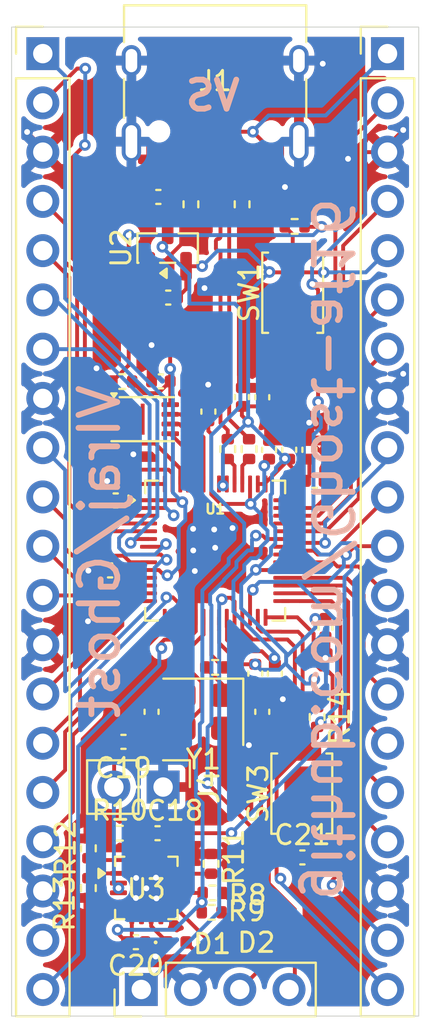
<source format=kicad_pcb>
(kicad_pcb (version 20241229) (generator "pcbnew") (generator_version "9.0")
  (layers (0 "F.Cu" signal) (2 "B.Cu" signal) (13 "F.Paste" user) (15 "B.Paste" user) (5 "F.SilkS" user "F.Silkscreen") (7 "B.SilkS" user "B.Silkscreen") (1 "F.Mask" user) (3 "B.Mask" user) (25 "Edge.Cuts" user))
  (net 0 "")
  (net 1 "GND")
  (net 2 "+3V3")
  (net 3 "+1V1")
  (net 4 "VBUS")
  (net 5 "XIN")
  (net 6 "Net-(C16-Pad2)")
  (net 7 "USB_D-")
  (net 8 "Net-(J1-CC2)")
  (net 9 "USB_D+")
  (net 10 "Net-(J1-CC1)")
  (net 11 "GPIO13")
  (net 12 "GPIO5")
  (net 13 "GPIO9")
  (net 14 "GPIO3")
  (net 15 "GPIO14")
  (net 16 "GPIO7")
  (net 17 "GPIO15")
  (net 18 "GPIO12")
  (net 19 "GPIO4")
  (net 20 "GPIO2")
  (net 21 "GPIO10")
  (net 22 "GPIO11")
  (net 23 "GPIO1")
  (net 24 "GPIO6")
  (net 25 "GPIO0")
  (net 26 "GPIO8")
  (net 27 "GPIO29_ADC3")
  (net 28 "GPIO24")
  (net 29 "GPIO22")
  (net 30 "GPIO26_ADC0")
  (net 31 "GPIO27_ADC1")
  (net 32 "GPIO20")
  (net 33 "GPIO17")
  (net 34 "GPIO18")
  (net 35 "GPIO21")
  (net 36 "GPIO16")
  (net 37 "GPIO23")
  (net 38 "GPIO28_ADC2")
  (net 39 "GPIO19")
  (net 40 "RUN")
  (net 41 "SWD")
  (net 42 "GPIO25")
  (net 43 "SWDCLK")
  (net 44 "Net-(U1-USB_DP)")
  (net 45 "Net-(U1-USB_DM)")
  (net 46 "XOUT")
  (net 47 "QSPI_SS")
  (net 48 "Net-(R7-Pad1)")
  (net 49 "QSPI_SD0")
  (net 50 "QSPI_SD2")
  (net 51 "QSPI_SCLK")
  (net 52 "QSPI_SD3")
  (net 53 "QSPI_SD1")
  (net 54 "BQ_OUT")
  (net 55 "Net-(J4-Pin_2)")
  (net 56 "Net-(D1-K)")
  (net 57 "Net-(D1-A)")
  (net 58 "Net-(D2-A)")
  (net 59 "Net-(D2-K)")
  (net 60 "Net-(U3-ITERM)")
  (net 61 "Net-(U3-ILIM)")
  (net 62 "Net-(U3-ISET)")
  (net 63 "Net-(U3-TS)")
  (footprint "Capacitor_SMD:C_0402_1005Metric" (layer "F.Cu") (at 160.2 91 90)
    (property "Reference" "C16" (hide yes))
    (property "Value" "33pF")
  )
  (footprint "Connector_PinHeader_2.54mm:PinHeader_1x20_P2.54mm_Vertical" (layer "F.Cu") (at 166.66 57.06)
    (property "Reference" "J3" (hide yes))
    (property "Value" "Conn_01x20" (hide yes))
  )
  (footprint "Capacitor_SMD:C_0402_1005Metric" (layer "F.Cu") (at 159.15 74.77 90)
    (property "Reference" "C17" (hide yes))
    (property "Value" "0.1uF")
  )
  (footprint "Package_SON:Winbond_USON-8-1EP_3x2mm_P0.5mm_EP0.2x1.6mm" (layer "F.Cu") (at 154.03 75.91)
    (property "Reference" "U4" (hide yes))
    (property "Value" "W25Q16JVUXIQ TR")
  )
  (footprint "Capacitor_SMD:C_0402_1005Metric" (layer "F.Cu") (at 155.35 69.64 180)
    (property "Reference" "C14" (hide yes))
    (property "Value" "10uF")
  )
  (footprint "Package_TO_SOT_SMD:SOT-23" (layer "F.Cu") (at 155.32 67.0875 90)
    (property "Reference" "U2")
    (property "Value" "MCP1700x-330xxTT")
  )
  (footprint "LED_SMD:LED_0402_1005Metric" (layer "F.Cu") (at 158 102.89)
    (property "Reference" "D2")
    (property "Value" "LED")
  )
  (footprint "Crystal:Crystal_SMD_3225-4Pin_3.2x2.5mm" (layer "F.Cu") (at 157.16 91 180)
    (property "Reference" "Y1")
    (property "Value" "12 MHz" (hide yes))
  )
  (footprint "Capacitor_SMD:C_0402_1005Metric" (layer "F.Cu") (at 162.27 98.51)
    (property "Reference" "C21")
    (property "Value" "0.1uF")
  )
  (footprint "Capacitor_SMD:C_0402_1005Metric" (layer "F.Cu") (at 153.68 102.88)
    (property "Reference" "C20")
    (property "Value" "4.7uF")
  )
  (footprint "Connector_PinHeader_2.54mm:PinHeader_1x20_P2.54mm_Vertical" (layer "F.Cu") (at 148.88 57.06)
    (property "Reference" "J2" (hide yes))
    (property "Value" "Conn_01x20" (hide yes))
  )
  (footprint "Capacitor_SMD:C_0402_1005Metric" (layer "F.Cu") (at 154.97 73.96 180)
    (property "Reference" "C6" (hide yes))
    (property "Value" "0.1uF")
  )
  (footprint "LED_SMD:LED_0402_1005Metric" (layer "F.Cu") (at 155.79 102.89)
    (property "Reference" "D1")
    (property "Value" "LED")
  )
  (footprint "Resistor_SMD:R_0402_1005Metric" (layer "F.Cu") (at 157.59 101.34 180)
    (property "Reference" "R9")
    (property "Value" "1.5K")
  )
  (footprint "Capacitor_SMD:C_0402_1005Metric" (layer "F.Cu") (at 163.46 86.66 -90)
    (property "Reference" "C2" (hide yes))
    (property "Value" "0.1uF")
  )
  (footprint "Capacitor_SMD:C_0402_1005Metric" (layer "F.Cu") (at 154.49 91 -90)
    (property "Reference" "C15" (hide yes))
    (property "Value" "33pF")
  )
  (footprint "Capacitor_SMD:C_0402_1005Metric" (layer "F.Cu") (at 152.35 83.71 180)
    (property "Reference" "C1" (hide yes))
    (property "Value" "1uF")
  )
  (footprint "Resistor_SMD:R_0402_1005Metric" (layer "F.Cu") (at 151.23 100.09 -90)
    (property "Reference" "R13")
    (property "Value" "10K")
  )
  (footprint "Resistor_SMD:R_0402_1005Metric" (layer "F.Cu") (at 161.87 65.97)
    (property "Reference" "R7" (hide yes))
    (property "Value" "1k")
  )
  (footprint "Resistor_SMD:R_0402_1005Metric" (layer "F.Cu") (at 157.77 88.71)
    (property "Reference" "R5" (hide yes))
    (property "Value" "1K")
  )
  (footprint "Capacitor_SMD:C_0402_1005Metric" (layer "F.Cu") (at 152.64 80.1 180)
    (property "Reference" "C5" (hide yes))
    (property "Value" "0.1uF")
  )
  (footprint "Resistor_SMD:R_0402_1005Metric" (layer "F.Cu") (at 159.16 64.83 -90)
    (property "Reference" "R1" (hide yes))
    (property "Value" "5.1k")
  )
  (footprint "Capacitor_SMD:C_0402_1005Metric" (layer "F.Cu") (at 160.2 74.78 90)
    (property "Reference" "C7" (hide yes))
    (property "Value" "0.1uF")
  )
  (footprint "Resistor_SMD:R_0402_1005Metric" (layer "F.Cu") (at 157.635 100.34)
    (property "Reference" "R8")
    (property "Value" "1.5K")
  )
  (footprint "Resistor_SMD:R_0402_1005Metric" (layer "F.Cu") (at 163.03 91.27 -90)
    (property "Reference" "R14")
    (property "Value" "10k")
  )
  (footprint "Capacitor_SMD:C_0402_1005Metric" (layer "F.Cu") (at 160.55 77.49 90)
    (property "Reference" "C11" (hide yes))
    (property "Value" "0.1uF")
  )
  (footprint "Resistor_SMD:R_0402_1005Metric" (layer "F.Cu") (at 152.98 73.97 180)
    (property "Reference" "R6" (hide yes))
    (property "Value" "10k")
  )
  (footprint "Resistor_SMD:R_0402_1005Metric" (layer "F.Cu") (at 156.52 64.83 -90)
    (property "Reference" "R2" (hide yes))
    (property "Value" "5.1k")
  )
  (footprint "Connector_PinHeader_2.54mm:PinHeader_1x02_P2.54mm_Vertical" (layer "F.Cu") (at 155.085 94.88 -90)
    (property "Reference" "J4")
    (property "Value" "Conn_01x02")
  )
  (footprint "Capacitor_SMD:C_0402_1005Metric" (layer "F.Cu") (at 162.91 79.09)
    (property "Reference" "C9" (hide yes))
    (property "Value" "0.1uF")
  )
  (footprint "Capacitor_SMD:C_0402_1005Metric" (layer "F.Cu") (at 161.59 77.49 90)
    (property "Reference" "C8" (hide yes))
    (property "Value" "0.1uF")
  )
  (footprint "Capacitor_SMD:C_0402_1005Metric" (layer "F.Cu") (at 153.04 92.55)
    (property "Reference" "C19")
    (property "Value" "4.7uF")
  )
  (footprint "Capacitor_SMD:C_0402_1005Metric" (layer "F.Cu") (at 157.42 75.52 90)
    (property "Reference" "C12" (hide yes))
    (property "Value" "0.1uF")
  )
  (footprint "Resistor_SMD:R_0402_1005Metric" (layer "F.Cu") (at 157.56 98.84 -90)
    (property "Reference" "R11")
    (property "Value" "1.18K")
  )
  (footprint "Button_Switch_SMD:SW_Push_SPST_NO_Alps_SKRK" (layer "F.Cu") (at 162.24 95.22 90)
    (property "Reference" "SW3")
    (property "Value" "SW_Push")
  )
  (footprint "Connector_USB:USB_C_Receptacle_HRO_TYPE-C-31-M-12" (layer "F.Cu") (at 157.77 58.47 180)
    (property "Reference" "J1")
    (property "Value" "USB_C_Receptacle_USB2.0_14P" (hide yes))
  )
  (footprint "Capacitor_SMD:C_0402_1005Metric" (layer "F.Cu") (at 160.85 89.03 -90)
    (property "Reference" "C10" (hide yes))
    (property "Value" "1uF")
  )
  (footprint "Capacitor_SMD:C_0402_1005Metric" (layer "F.Cu") (at 159.84 89.03 -90)
    (property "Reference" "C3" (hide yes))
    (property "Value" "0.1uF")
  )
  (footprint "Capacitor_SMD:C_0402_1005Metric" (layer "F.Cu") (at 162.63 77.49 90)
    (property "Reference" "C4" (hide yes))
    (property "Value" "0.1uF")
  )
  (footprint "Resistor_SMD:R_0402_1005Metric" (layer "F.Cu") (at 158.42 77.4525 -90)
    (property "Reference" "R3" (hide yes))
    (property "Value" "27Ω")
  )
  (footprint "Resistor_SMD:R_0402_1005Metric" (layer "F.Cu") (at 151.23 98.04 -90)
    (property "Reference" "R12")
    (property "Value" "1.13K")
  )
  (footprint "Connector_PinHeader_2.54mm:PinHeader_1x04_P2.54mm_Vertical" (layer "F.Cu") (at 153.96 105.32 90)
    (property "Reference" "J5" (hide yes))
    (property "Value" "Conn_01x04" (hide yes))
  )
  (footprint "Button_Switch_SMD:SW_Push_SPST_NO_Alps_SKRK" (layer "F.Cu") (at 161.77 69.39 90)
    (property "Reference" "SW1")
    (property "Value" "SW_Push")
  )
  (footprint "Resistor_SMD:R_0402_1005Metric" (layer "F.Cu") (at 159.52 77.4525 -90)
    (property "Reference" "R4" (hide yes))
    (property "Value" "27Ω")
  )
  (footprint "Package_DFN_QFN:VQFN-16-1EP_3x3mm_P0.5mm_EP1.6x1.6mm" (layer "F.Cu") (at 154.22 100.0825)
    (property "Reference" "U3")
    (property "Value" "BQ24074RGT")
  )
  (footprint "Capacitor_SMD:C_0402_1005Metric" (layer "F.Cu") (at 154.84 64.45 180)
    (property "Reference" "C13" (hide yes))
    (property "Value" "10uF")
  )
  (footprint "Capacitor_SMD:C_0402_1005Metric" (layer "F.Cu") (at 154.8 97.26)
    (property "Reference" "C18")
    (property "Value" "1uF")
  )
  (footprint "Resistor_SMD:R_0402_1005Metric" (layer "F.Cu") (at 152.85 97.26)
    (property "Reference" "R10")
    (property "Value" "4.12K")
  )
  (footprint "Package_DFN_QFN:QFN-56-1EP_7x7mm_P0.4mm_EP3.2x3.2mm" (layer "F.Cu") (at 157.77 82.69)
    (property "Reference" "U1")
    (property "Value" "RP2040")
  )
  (gr_rect (start 147.27 55.69) (end 168.27 106.69) (stroke (width 0.05)) (fill no) (layer "Edge.Cuts"))
  (gr_text "github.com/Ghost-af16" (at 162.6 100.9 270) (layer "B.SilkS") (effects (font (size 2 2) (thickness 0.3)) (justify left bottom mirror)))
  (gr_text "VS" (at 159.2 60.1 0) (layer "B.SilkS") (effects (font (size 1.5 1.5) (thickness 0.3) (bold yes)) (justify left bottom mirror)))
  (gr_text "VIraj/Ghost" (at 152.98 73.97 90) (layer "B.SilkS") (effects (font (size 2 2) (thickness 0.3) (bold yes)) (justify left bottom mirror)))
  (segment (start 157.77 82.69) (end 157.757531 82.69) (width 0.2) (layer "F.Cu") (net 1))
  (segment (start 152.7825 100.8325) (end 152.8335 100.7815) (width 0.2) (layer "F.Cu") (net 1))
  (segment (start 166.66 62.14) (end 164.96853 62.14) (width 0.2) (layer "F.Cu") (net 1))
  (segment (start 164.96853 62.14) (end 164.624265 62.484265) (width 0.2) (layer "F.Cu") (net 1))
  (segment (start 151.21 86.33) (end 151.04 86.5) (width 0.2) (layer "F.Cu") (net 1))
  (segment (start 157.42 75.04) (end 157.42 74.14) (width 0.2) (layer "F.Cu") (net 1))
  (segment (start 157.77 82.69) (end 156.96 82.69) (width 0.2) (layer "F.Cu") (net 1))
  (segment (start 148.88 62.14) (end 148.88 61.91) (width 0.2) (layer "F.Cu") (net 1))
  (segment (start 154.47 99.8325) (end 154.22 100.0825) (width 0.2) (layer "F.Cu") (net 1))
  (segment (start 154.51 90.36) (end 154.51 90.44) (width 0.2) (layer "F.Cu") (net 1))
  (segment (start 155.69 90.52) (end 156.06 90.15) (width 0.2) (layer "F.Cu") (net 1))
  (segment (start 156.77 86.1275) (end 156.77 86.85) (width 0.2) (layer "F.Cu") (net 1))
  (segment (start 157.77 82.69) (end 156.407384 84.052616) (width 0.2) (layer "F.Cu") (net 1))
  (segment (start 152.8335 100.7815) (end 153.521 100.7815) (width 0.2) (layer "F.Cu") (net 1))
  (segment (start 154.47 98.645) (end 154.47 99.8325) (width 0.2) (layer "F.Cu") (net 1))
  (segment (start 156.77 86.85) (end 156.06 87.56) (width 0.2) (layer "F.Cu") (net 1))
  (segment (start 154.16 102.88) (end 154.16 103.08) (width 0.2) (layer "F.Cu") (net 1))
  (segment (start 156.52 65.34) (end 156.52 66.395532) (width 0.2) (layer "F.Cu") (net 1))
  (segment (start 154.22 100.048567) (end 154.717809 99.550758) (width 0.2) (layer "F.Cu") (net 1))
  (segment (start 163.39 79.09) (end 163.39 78.426018) (width 0.2) (layer "F.Cu") (net 1))
  (segment (start 163.46 87.14) (end 163.46 88.22) (width 0.2) (layer "F.Cu") (net 1))
  (segment (start 152.2 79.1) (end 152.2 80.06) (width 0.2) (layer "F.Cu") (net 1))
  (segment (start 154.22 100.0825) (end 154.22 100.101172) (width 0.2) (layer "F.Cu") (net 1))
  (segment (start 157.77 81.65) (end 157.72 81.6) (width 0.2) (layer "F.Cu") (net 1))
  (segment (start 156.407384 85.038943) (end 156.77 85.401559) (width 0.2) (layer "F.Cu") (net 1))
  (segment (start 157.77 82.421151) (end 158.68 81.511151) (width 0.2) (layer "F.Cu") (net 1))
  (segment (start 154.97 101.52) (end 154.919 101.469) (width 0.2) (layer "F.Cu") (net 1))
  (segment (start 151.241 83.71) (end 151.23 83.721) (width 0.2) (layer "F.Cu") (net 1))
  (segment (start 162.63 77.01) (end 163.39 77.77) (width 0.2) (layer "F.Cu") (net 1))
  (segment (start 166.66 62.14) (end 166.66 61.81) (width 0.2) (layer "F.Cu") (net 1))
  (segment (start 154.22 100.101172) (end 154.739492 100.620664) (width 0.2) (layer "F.Cu") (net 1))
  (segment (start 162.62 76.09) (end 162.62 77) (width 0.2) (layer "F.Cu") (net 1))
  (segment (start 153.97 101.52) (end 153.97 100.3325) (width 0.2) (layer "F.Cu") (net 1))
  (segment (start 156.96 82.69) (end 156.78 82.87) (width 0.2) (layer "F.Cu") (net 1))
  (segment (start 157.757531 82.69) (end 156.633002 81.565471) (width 0.2) (layer "F.Cu") (net 1))
  (segment (start 158.22 82.69) (end 158.36 82.83) (width 0.2) (layer "F.Cu") (net 1))
  (segment (start 152.605 76.777268) (end 153.548866 77.721134) (width 0.2) (layer "F.Cu") (net 1))
  (segment (start 156.65 82.69) (end 156.64 82.68) (width 0.2) (layer "F.Cu") (net 1))
  (segment (start 161.02 63.59) (end 161.37 63.94) (width 0.2) (layer "F.Cu") (net 1))
  (segment (start 153.97 100.3325) (end 154.22 100.0825) (width 0.2) (layer "F.Cu") (net 1))
  (segment (start 157.77 82.419002) (end 158.664494 81.524508) (width 0.2) (layer "F.Cu") (net 1))
  (segment (start 162.24 97.32) (end 162.24 98) (width 0.2) (layer "F.Cu") (net 1))
  (segment (start 151.4625 100.8325) (end 151.23 100.6) (width 0.2) (layer "F.Cu") (net 1))
  (segment (start 163.39 77.77) (end 163.39 79.09) (width 0.2) (layer "F.Cu") (net 1))
  (segment (start 162.62 77) (end 162.63 77.01) (width 0.2) (layer "F.Cu") (net 1))
  (segment (start 156.407384 84.052616) (end 156.407384 85.038943) (width 0.2) (layer "F.Cu") (net 1))
  (segment (start 151.87 83.71) (end 151.241 83.71) (width 0.2) (layer "F.Cu") (net 1))
  (segment (start 154.47 98.645) (end 154.47 97.41) (width 0.2) (layer "F.Cu") (net 1))
  (segment (start 154.49 73.96) (end 154.49 72.09) (width 0.2) (layer "F.Cu") (net 1))
  (segment (start 152.605 76.66) (end 152.605 76.777268) (width 0.2) (layer "F.Cu") (net 1))
  (segment (start 154.22 100.0825) (end 154.22 100.048567) (width 0.2) (layer "F.Cu") (net 1))
  (segment (start 154.22 100.0825) (end 154.201327 100.0825) (width 0.2) (layer "F.Cu") (net 1))
  (segment (start 157.77 82.69) (end 156.65 82.69) (width 0.2) (layer "F.Cu") (net 1))
  (segment (start 148.88 61.91) (end 148.07 61.1) (width 0.2) (layer "F.Cu") (net 1))
  (segment (start 156.06 87.56) (end 156.06 90.15) (width 0.2) (layer "F.Cu") (net 1))
  (segment (start 152.2 80.06) (end 152.16 80.1) (width 0.2) (layer "F.Cu") (net 1))
  (segment (start 157.42 74.14) (end 157.41 74.13) (width 0.2) (layer "F.Cu") (net 1))
  (segment (start 153.521 100.7815) (end 154.22 100.0825) (width 0.2) (layer "F.Cu") (net 1))
  (segment (start 166.66 61.81) (end 167.47 61) (width 0.2) (layer "F.Cu") (net 1))
  (segment (start 154.890532 68.025) (end 154.37 68.025) (width 0.2) (layer "F.Cu") (net 1))
  (segment (start 154.209333 100.0825) (end 153.694027 99.567194) (width 0.2) (layer "F.Cu") (net 1))
  (segment (start 162.24 98) (end 162.75 98.51) (width 0.2) (layer "F.Cu") (net 1))
  (segment (start 151.04 86.5) (end 149.92 86.5) (width 0.2) (layer "F.Cu") (net 1))
  (segment (start 154.16 103.08) (end 154.7 103.62) (width 0.2) (layer "F.Cu") (net 1))
  (segment (start 162.09 57.42) (end 163.16 57.42) (width 0.2) (layer "F.Cu") (net 1))
  (segment (start 158.26 91.85) (end 158.64 91.85) (width 0.2) (layer "F.Cu") (net 1))
  (segment (start 154.201327 100.0825) (end 153.681836 100.601991) (width 0.2) (layer "F.Cu") (net 1))
  (segment (start 157.77 82.69) (end 157.77 81.65) (width 0.2) (layer "F.Cu") (net 1))
  (segment (start 159.84 89.51) (end 160.85 89.51) (width 0.2) (layer "F.Cu") (net 1))
  (segment (start 156.52 66.395532) (end 154.890532 68.025) (width 0.2) (layer "F.Cu") (net 1))
  (segment (start 163.16 57.42) (end 163.32 57.58) (width 0.2) (layer "F.Cu") (net 1))
  (segment (start 154.919 101.469) (end 154.919 100.7815) (width 0.2) (layer "F.Cu") (net 1))
  (segment (start 156.77 85.401559) (end 156.77 86.1275) (width 0.2) (layer "F.Cu") (net 1))
  (segment (start 163.39 78.426018) (end 163.369837 78.405855) (width 0.2) (layer "F.Cu") (net 1))
  (segment (start 154.47 97.41) (end 154.32 97.26) (width 0.2) (layer "F.Cu") (net 1))
  (segment (start 157.77 82.69) (end 157.77 82.421151) (width 0.2) (layer "F.Cu") (net 1))
  (segment (start 149.92 86.5) (end 148.88 87.54) (width 0.2) (layer "F.Cu") (net 1))
  (segment (start 154.49 90.52) (end 155.69 90.52) (width 0.2) (layer "F.Cu") (net 1))
  (segment (start 154.919 100.7815) (end 154.22 100.0825) (width 0.2) (layer "F.Cu") (net 1))
  (segment (start 152.7825 100.8325) (end 151.4625 100.8325) (width 0.2) (layer "F.Cu") (net 1))
  (segment (start 154.22 100.0825) (end 154.209333 100.0825) (width 0.2) (layer "F.Cu") (net 1))
  (segment (start 157.77 82.69) (end 157.77 82.419002) (width 0.2) (layer "F.Cu") (net 1))
  (segment (start 157.77 82.69) (end 158.22 82.69) (width 0.2) (layer "F.Cu") (net 1))
  (segment (start 161.02 62.515) (end 161.02 63.59) (width 0.2) (layer "F.Cu") (net 1))
  (via (at 163.46 88.22) (size 0.6) (drill 0.3) (layers "F.Cu" "B.Cu") (net 1))
  (via (at 157.22 69.15) (size 0.6) (drill 0.3) (layers "F.Cu" "B.Cu") (net 1))
  (via (at 161.26 90.35) (size 0.6) (drill 0.3) (layers "F.Cu" "B.Cu") (net 1))
  (via (at 148.07 61.1) (size 0.6) (drill 0.3) (layers "F.Cu" "B.Cu") (net 1))
  (via (at 159.51 92.72) (size 0.6) (drill 0.3) (layers "F.Cu" "B.Cu") (net 1))
  (via (at 157.41 74.13) (size 0.6) (drill 0.3) (layers "F.Cu" "B.Cu") (net 1))
  (via (at 157.72 81.6) (size 0.6) (drill 0.3) (layers "F.Cu" "B.Cu") (net 1))
  (via (at 151.65 73.285627) (size 0.6) (drill 0.3) (layers "F.Cu" "B.Cu") (net 1))
  (via (at 153.548866 77.721134) (size 0.6) (drill 0.3) (layers "F.Cu" "B.Cu") (net 1))
  (via (at 157.77 82.54) (size 0.6) (drill 0.3) (layers "F.Cu" "B.Cu") (net 1))
  (via (at 161.37 63.94) (size 0.6) (drill 0.3) (layers "F.Cu" "B.Cu") (net 1))
  (via (at 151.21 86.33) (size 0.6) (drill 0.3) (layers "F.Cu" "B.Cu") (net 1))
  (via (at 162.62 76.09) (size 0.6) (drill 0.3) (layers "F.Cu" "B.Cu") (net 1))
  (via (at 153.681836 100.601991) (size 0.6) (drill 0.3) (layers "F.Cu" "B.Cu") (net 1))
  (via (at 156.633002 81.565471) (size 0.6) (drill 0.3) (layers "F.Cu" "B.Cu") (net 1))
  (via (at 154.7 103.62) (size 0.6) (drill 0.3) (layers "F.Cu" "B.Cu") (net 1))
  (via (at 164.624265 62.484265) (size 0.6) (drill 0.3) (layers "F.Cu" "B.Cu") (net 1))
  (via (at 154.717809 99.550758) (size 0.6) (drill 0.3) (layers "F.Cu" "B.Cu") (net 1))
  (via (at 153.694027 99.567194) (size 0.6) (drill 0.3) (layers "F.Cu" "B.Cu") (net 1))
  (via (at 167.47 61) (size 0.6) (drill 0.3) (layers "F.Cu" "B.Cu") (net 1))
  (via (at 151.23 83.721) (size 0.6) (drill 0.3) (layers "F.Cu" "B.Cu") (net 1))
  (via (at 158.664494 81.524508) (size 0.6) (drill 0.3) (layers "F.Cu" "B.Cu") (net 1))
  (via (at 156.72 83.74) (size 0.6) (drill 0.3) (layers "F.Cu" "B.Cu") (net 1))
  (via (at 154.739492 100.620664) (size 0.6) (drill 0.3) (layers "F.Cu" "B.Cu") (net 1))
  (via (at 163.32 57.58) (size 0.6) (drill 0.3) (layers "F.Cu" "B.Cu") (net 1))
  (via (at 154.22 100.101172) (size 0.6) (drill 0.3) (layers "F.Cu" "B.Cu") (net 1))
  (via (at 152.2 79.1) (size 0.6) (drill 0.3) (layers "F.Cu" "B.Cu") (net 1))
  (via (at 156.64 82.68) (size 0.6) (drill 0.3) (layers "F.Cu" "B.Cu") (net 1))
  (via (at 167.47 73.57) (size 0.6) (drill 0.3) (layers "F.Cu" "B.Cu") (net 1))
  (via (at 154.49 72.09) (size 0.6) (drill 0.3) (layers "F.Cu" "B.Cu") (net 1))
  (segment (start 151.23 83.721) (end 151.23 86.31) (width 0.2) (layer "B.Cu") (net 1))
  (segment (start 166.66 74.84) (end 166.66 74.38) (width 0.2) (layer "B.Cu") (net 1))
  (segment (start 153.548866 77.721134) (end 151.761134 77.721134) (width 0.2) (layer "B.Cu") (net 1))
  (segment (start 152.959482 79.300518) (end 153.548866 78.711134) (width 0.2) (layer "B.Cu") (net 1))
  (segment (start 153.548866 75.724462) (end 153.548866 77.721134) (width 0.2) (layer "B.Cu") (net 1))
  (segment (start 151.761134 77.721134) (end 148.88 74.84) (width 0.2) (layer "B.Cu") (net 1))
  (segment (start 152.2 79.964611) (end 151.23 80.934611) (width 0.2) (layer "B.Cu") (net 1))
  (segment (start 151.23 80.934611) (end 151.23 83.721) (width 0.2) (layer "B.Cu") (net 1))
  (segment (start 152.2 79.1) (end 152.400518 79.300518) (width 0.2) (layer "B.Cu") (net 1))
  (segment (start 163.483 89.571661) (end 162.704661 90.35) (width 0.2) (layer "B.Cu") (net 1))
  (segment (start 166.66 74.38) (end 167.47 73.57) (width 0.2) (layer "B.Cu") (net 1))
  (segment (start 151.23 86.31) (end 151.21 86.33) (width 0.2) (layer "B.Cu") (net 1))
  (segment (start 152.400518 79.300518) (end 152.959482 79.300518) (width 0.2) (layer "B.Cu") (net 1))
  (segment (start 153.548866 78.711134) (end 153.548866 77.721134) (width 0.2) (layer "B.Cu") (net 1))
  (segment (start 162.704661 90.35) (end 161.26 90.35) (width 0.2) (layer "B.Cu") (net 1))
  (segment (start 148.88 62.14) (end 148.88 61.91) (width 0.2) (layer "B.Cu") (net 1))
  (segment (start 151.714789 73.350416) (end 151.714789 73.890385) (width 0.2) (layer "B.Cu") (net 1))
  (segment (start 163.46 88.22) (end 163.483 88.243) (width 0.2) (layer "B.Cu") (net 1))
  (segment (start 152.2 79.1) (end 152.2 79.964611) (width 0.2) (layer "B.Cu") (net 1))
  (segment (start 151.714789 73.890385) (end 153.548866 75.724462) (width 0.2) (layer "B.Cu") (net 1))
  (segment (start 163.483 88.243) (end 163.483 89.571661) (width 0.2) (layer "B.Cu") (net 1))
  (segment (start 151.65 73.285627) (end 151.714789 73.350416) (width 0.2) (layer "B.Cu") (net 1))
  (segment (start 155.83 69.79) (end 155.45 70.17) (width 0.2) (layer "F.Cu") (net 2))
  (segment (start 159.97 79.2525) (end 160.3075 79.2525) (width 0.2) (layer "F.Cu") (net 2))
  (segment (start 160.59 68.34) (end 163.371 68.34) (width 0.2) (layer "F.Cu") (net 2))
  (segment (start 161.2075 83.69) (end 159.880002 83.69) (width 0.2) (layer "F.Cu") (net 2))
  (segment (start 157.97 86.79) (end 157.98 86.8) (width 0.2) (layer "F.Cu") (net 2))
  (segment (start 154.867774 83.69) (end 154.3325 83.69) (width 0.2) (layer "F.Cu") (net 2))
  (segment (start 155.83 69.64) (end 155.83 69.79) (width 0.2) (layer "F.Cu") (net 2))
  (segment (start 156.28 68.035) (end 156.27 68.025) (width 0.2) (layer "F.Cu") (net 2))
  (segment (start 161.396029 77.97) (end 161.368 77.941971) (width 0.2) (layer "F.Cu") (net 2))
  (segment (start 162.43 79.1) (end 162.43 79.09) (width 0.2) (layer "F.Cu") (net 2))
  (segment (start 163.434265 86.205735) (end 163.46 86.18) (width 0.2) (layer "F.Cu") (net 2))
  (segment (start 154.3325 83.69) (end 152.85 83.69) (width 0.2) (layer "F.Cu") (net 2))
  (segment (start 162.63 78.89) (end 162.43 79.09) (width 0.2) (layer "F.Cu") (net 2))
  (segment (start 157.97 86.1275) (end 157.97 86.79) (width 0.2) (layer "F.Cu") (net 2))
  (segment (start 156.28 69.19) (end 156.28 68.035) (width 0.2) (layer "F.Cu") (net 2))
  (segment (start 161.43 80.09) (end 162.43 79.09) (width 0.2) (layer "F.Cu") (net 2))
  (segment (start 155.981375 80.09) (end 154.3325 80.09) (width 0.2) (layer "F.Cu") (net 2))
  (segment (start 160.19 75.25) (end 160.2 75.26) (width 0.2) (layer "F.Cu") (net 2))
  (segment (start 161.59 77.97) (end 161.59 78.25) (width 0.2) (layer "F.Cu") (net 2))
  (segment (start 159.07 88.55) (end 159.84 88.55) (width 0.2) (layer "F.Cu") (net 2))
  (segment (start 161.44 80.09) (end 161.2075 80.09) (width 0.2) (layer "F.Cu") (net 2))
  (segment (start 155.138992 83.961218) (end 154.867774 83.69) (width 0.2) (layer "F.Cu") (net 2))
  (segment (start 158.37 79.2525) (end 158.17 79.4525) (width 0.2) (layer "F.Cu") (net 2))
  (segment (start 158.17 79.4525) (end 157.97 79.2525) (width 0.2) (layer "F.Cu") (net 2))
  (segment (start 159.15 75.723971) (end 159.47191 76.045881) (width 0.2) (layer "F.Cu") (net 2))
  (segment (start 159.15 75.25) (end 159.15 75.723971) (width 0.2) (layer "F.Cu") (net 2))
  (segment (start 157.095 68.025) (end 157.1 68.02) (width 0.2) (layer "F.Cu") (net 2))
  (segment (start 157.973 86.807) (end 157.973 87.453) (width 0.2) (layer "F.Cu") (net 2))
  (segment (start 155.45 73.31) (end 155.45 73.96) (width 0.2) (layer "F.Cu") (net 2))
  (segment (start 162.882 90.012) (end 163.03 90.16) (width 0.2) (layer "F.Cu") (net 2))
  (segment (start 159.880002 83.69) (end 159.870002 83.68) (width 0.2) (layer "F.Cu") (net 2))
  (segment (start 157.98 86.8) (end 157.973 86.807) (width 0.2) (layer "F.Cu") (net 2))
  (segment (start 155.83 69.64) (end 156.28 69.19) (width 0.2) (layer "F.Cu") (net 2))
  (segment (start 159.15 75.25) (end 160.19 75.25) (width 0.2) (layer "F.Cu") (net 2))
  (segment (start 155.304554 83.961218) (end 155.138992 83.961218) (width 0.2) (layer "F.Cu") (net 2))
  (segment (start 160.57 68.32) (end 160.59 68.34) (width 0.2) (layer "F.Cu") (net 2))
  (segment (start 154.3325 80.09) (end 153.13 80.09) (width 0.2) (layer "F.Cu") (net 2))
  (segment (start 162.882 89.322718) (end 162.882 90.012) (width 0.2) (layer "F.Cu") (net 2))
  (segment (start 161.2075 80.09) (end 161.43 80.09) (width 0.2) (layer "F.Cu") (net 2))
  (segment (start 155.45 70.17) (end 155.45 73.31) (width 0.2) (layer "F.Cu") (net 2))
  (segment (start 153.49 73.97) (end 154.09 74.57) (width 0.2) (layer "F.Cu") (net 2))
  (segment (start 154.09 74.57) (end 154.84 74.57) (width 0.2) (layer "F.Cu") (net 2))
  (segment (start 154.84 74.57) (end 155.45 73.96) (width 0.2) (layer "F.Cu") (net 2))
  (segment (start 153.13 80.09) (end 153.12 80.1) (width 0.2) (layer "F.Cu") (net 2))
  (segment (start 160.3075 79.2525) (end 161.59 77.97) (width 0.2) (layer "F.Cu") (net 2))
  (segment (start 156.27 68.025) (end 157.095 68.025) (width 0.2) (layer "F.Cu") (net 2))
  (segment (start 155.455 73.965) (end 155.45 73.96) (width 0.2) (layer "F.Cu") (net 2))
  (segment (start 157.973 87.453) (end 159.07 88.55) (width 0.2) (layer "F.Cu") (net 2))
  (segment (start 163.03 90.16) (end 163.03 90.76) (width 0.2) (layer "F.Cu") (net 2))
  (segment (start 161.59 77.97) (end 161.396029 77.97) (width 0.2) (layer "F.Cu") (net 2))
  (segment (start 161.59 78.25) (end 162.43 79.09) (width 0.2) (layer "F.Cu") (net 2))
  (segment (start 162.934265 86.205735) (end 163.434265 86.205735) (width 0.2) (layer "F.Cu") (net 2))
  (segment (start 156.078497 80.187122) (end 155.981375 80.09) (width 0.2) (layer "F.Cu") (net 2))
  (segment (start 152.85 83.69) (end 152.83 83.71) (width 0.2) (layer "F.Cu") (net 2))
  (segment (start 155.455 75.16) (end 155.455 73.965) (width 0.2) (layer "F.Cu") (net 2))
  (segment (start 162.63 77.97) (end 162.63 78.89) (width 0.2) (layer "F.Cu") (net 2))
  (via (at 159.84 88.55) (size 0.6) (drill 0.3) (layers "F.Cu" "B.Cu") (net 2))
  (via (at 155.304554 83.961218) (size 0.6) (drill 0.3) (layers "F.Cu" "B.Cu") (net 2))
  (via (at 159.870002 83.68) (size 0.6) (drill 0.3) (layers "F.Cu" "B.Cu") (net 2))
  (via (at 163.371 68.34) (size 0.6) (drill 0.3) (layers "F.Cu" "B.Cu") (net 2))
  (via (at 162.882 89.322718) (size 0.6) (drill 0.3) (layers "F.Cu" "B.Cu") (net 2))
  (via (at 160.57 68.32) (size 0.6) (drill 0.3) (layers "F.Cu" "B.Cu") (net 2))
  (via (at 161.368 77.941971) (size 0.6) (drill 0.3) (layers "F.Cu" "B.Cu") (net 2))
  (via (at 156.078497 80.187122) (size 0.6) (drill 0.3) (layers "F.Cu" "B.Cu") (net 2))
  (via (at 155.45 73.31) (size 0.6) (drill 0.3) (layers "F.Cu" "B.Cu") (net 2))
  (via (at 157.1 68.02) (size 0.6) (drill 0.3) (layers "F.Cu" "B.Cu") (net 2))
  (via (at 162.934265 86.205735) (size 0.6) (drill 0.3) (layers "F.Cu" "B.Cu") (net 2))
  (via (at 159.47191 76.045881) (size 0.6) (drill 0.3) (layers "F.Cu" "B.Cu") (net 2))
  (via (at 158.17 79.331542) (size 0.6) (drill 0.3) (layers "F.Cu" "B.Cu") (net 2))
  (segment (start 155.57 74.6558) (end 155.591 74.6768) (width 0.2) (layer "B.Cu") (net 2))
  (segment (start 159.47 67.22) (end 157.9 67.22) (width 0.2) (layer "B.Cu") (net 2))
  (segment (start 159.870002 83.68) (end 160.65 82.900002) (width 0.2) (layer "B.Cu") (net 2))
  (segment (start 160.63 79.8171) (end 160.705177 79.741923) (width 0.2) (layer "B.Cu") (net 2))
  (segment (start 160.705177 78.764061) (end 160.905177 78.564061) (width 0.2) (layer "B.Cu") (net 2))
  (segment (start 159.47191 76.045881) (end 159.47191 69.41809) (width 0.2) (layer "B.Cu") (net 2))
  (segment (start 160.65 82.549196) (end 160.872002 82.327194) (width 0.2) (layer "B.Cu") (net 2))
  (segment (start 161.431 87.981057) (end 161.431 88.17) (width 0.2) (layer "B.Cu") (net 2))
  (segment (start 162.934265 86.666735) (end 162.934265 86.205735) (width 0.2) (layer "B.Cu") (net 2))
  (segment (start 160.905177 78.404794) (end 161.368 77.941971) (width 0.2) (layer "B.Cu") (net 2))
  (segment (start 156.231 81.118943) (end 155.89 81.459943) (width 0.2) (layer "B.Cu") (net 2))
  (segment (start 155.89 83.539943) (end 155.468725 83.961218) (width 0.2) (layer "B.Cu") (net 2))
  (segment (start 160.65 82.900002) (end 160.65 82.549196) (width 0.2) (layer "B.Cu") (net 2))
  (segment (start 165.54 68.34) (end 163.371 68.34) (width 0.2) (layer "B.Cu") (net 2))
  (segment (start 157.9 67.22) (end 157.1 68.02) (width 0.2) (layer "B.Cu") (net 2))
  (segment (start 162.66019 89.544528) (end 162.434528 89.544528) (width 0.2) (layer "B.Cu") (net 2))
  (segment (start 162.434528 89.544528) (end 161.431 88.541) (width 0.2) (layer "B.Cu") (net 2))
  (segment (start 160.872002 82.327194) (end 160.872002 81.497108) (width 0.2) (layer "B.Cu") (net 2))
  (segment (start 155.468725 83.961218) (end 155.304554 83.961218) (width 0.2) (layer "B.Cu") (net 2))
  (segment (start 159.112828 84.437174) (end 159.112828 85.662885) (width 0.2) (layer "B.Cu") (net 2))
  (segment (start 156.231 80.339625) (end 156.231 81.118943) (width 0.2) (layer "B.Cu") (net 2))
  (segment (start 159.112828 85.662885) (end 161.431 87.981057) (width 0.2) (layer "B.Cu") (net 2))
  (segment (start 155.591 79.699625) (end 156.078497 80.187122) (width 0.2) (layer "B.Cu") (net 2))
  (segment (start 155.57 74.6558) (end 155.57 73.43) (width 0.2) (layer "B.Cu") (net 2))
  (segment (start 155.89 81.459943) (end 155.89 83.539943) (width 0.2) (layer "B.Cu") (net 2))
  (segment (start 158.17 77.347791) (end 159.47191 76.045881) (width 0.2) (layer "B.Cu") (net 2))
  (segment (start 162.882 89.322718) (end 162.66019 89.544528) (width 0.2) (layer "B.Cu") (net 2))
  (segment (start 160.65 80.92) (end 160.63 80.9) (width 0.2) (layer "B.Cu") (net 2))
  (segment (start 160.121 88.831) (end 159.84 88.55) (width 0.2) (layer "B.Cu") (net 2))
  (segment (start 160.872002 81.497108) (end 160.65 81.275106) (width 0.2) (layer "B.Cu") (net 2))
  (segment (start 161.368 77.941971) (end 159.47191 76.045881) (width 0.2) (layer "B.Cu") (net 2))
  (segment (start 160.905177 78.564061) (end 160.905177 78.404794) (width 0.2) (layer "B.Cu") (net 2))
  (segment (start 161.431 88.17) (end 162.934265 86.666735) (width 0.2) (layer "B.Cu") (net 2))
  (segment (start 158.17 79.331542) (end 158.17 77.347791) (width 0.2) (layer "B.Cu") (net 2))
  (segment (start 160.57 68.32) (end 159.47 67.22) (width 0.2) (layer "B.Cu") (net 2))
  (segment (start 159.870002 83.68) (end 159.112828 84.437174) (width 0.2) (layer "B.Cu") (net 2))
  (segment (start 156.078497 80.187122) (end 156.231 80.339625) (width 0.2) (layer "B.Cu") (net 2))
  (segment (start 160.63 80.9) (end 160.63 79.8171) (width 0.2) (layer "B.Cu") (net 2))
  (segment (start 155.57 73.43) (end 155.45 73.31) (width 0.2) (layer "B.Cu") (net 2))
  (segment (start 161.431 88.478943) (end 161.078943 88.831) (width 0.2) (layer "B.Cu") (net 2))
  (segment (start 161.431 88.17) (end 161.431 88.478943) (width 0.2) (layer "B.Cu") (net 2))
  (segment (start 160.65 81.275106) (end 160.65 80.92) (width 0.2) (layer "B.Cu") (net 2))
  (segment (start 159.47191 69.41809) (end 160.57 68.32) (width 0.2) (layer "B.Cu") (net 2))
  (segment (start 160.705177 79.741923) (end 160.705177 78.764061) (width 0.2) (layer "B.Cu") (net 2))
  (segment (start 155.591 74.6768) (end 155.591 79.699625) (width 0.2) (layer "B.Cu") (net 2))
  (segment (start 161.431 88.541) (end 161.431 88.478943) (width 0.2) (layer "B.Cu") (net 2))
  (segment (start 161.078943 88.831) (end 160.121 88.831) (width 0.2) (layer "B.Cu") (net 2))
  (segment (start 166.66 67.22) (end 165.54 68.34) (width 0.2) (layer "B.Cu") (net 2))
  (segment (start 157.57 79.787774) (end 157.57 79.2525) (width 0.2) (layer "F.Cu") (net 3))
  (segment (start 160.55 77.97) (end 160.55 78.069295) (width 0.2) (layer "F.Cu") (net 3))
  (segment (start 159.57 79.2525) (end 159.57 80.25) (width 0.2) (layer "F.Cu") (net 3))
  (segment (start 158.37 86.6229) (end 158.381 86.6339) (width 0.2) (layer "F.Cu") (net 3))
  (segment (start 157.42 76) (end 157.57 76.15) (width 0.2) (layer "F.Cu") (net 3))
  (segment (start 160.85 88.55) (end 160.85 88.25) (width 0.2) (layer "F.Cu") (net 3))
  (segment (start 157.57 76.67) (end 157.42 76.52) (width 0.2) (layer "F.Cu") (net 3))
  (segment (start 158.381 86.6339) (end 158.381 87.2939) (width 0.2) (layer "F.Cu") (net 3))
  (segment (start 158.96355 87.87645) (end 160.17645 87.87645) (width 0.2) (layer "F.Cu") (net 3))
  (segment (start 160.55 78.069295) (end 160.304177 78.315118) (width 0.2) (layer "F.Cu") (net 3))
  (segment (start 159.57 80.25) (end 159.6 80.28) (width 0.2) (layer "F.Cu") (net 3))
  (segment (start 158.381 87.2939) (end 158.96355 87.87645) (width 0.2) (layer "F.Cu") (net 3))
  (segment (start 159.6 80.28) (end 158.062226 80.28) (width 0.2) (layer "F.Cu") (net 3))
  (segment (start 157.57 79.2525) (end 157.57 76.67) (width 0.2) (layer "F.Cu") (net 3))
  (segment (start 158.062226 80.28) (end 157.57 79.787774) (width 0.2) (layer "F.Cu") (net 3))
  (segment (start 160.85 88.25) (end 160.83 88.23) (width 0.2) (layer "F.Cu") (net 3))
  (segment (start 160.17645 87.87645) (end 160.85 88.55) (width 0.2) (layer "F.Cu") (net 3))
  (segment (start 157.42 76.52) (end 157.42 76) (width 0.2) (layer "F.Cu") (net 3))
  (segment (start 158.37 86.1275) (end 158.37 86.6229) (width 0.2) (layer "F.Cu") (net 3))
  (via (at 159.6 80.28) (size 0.6) (drill 0.3) (layers "F.Cu" "B.Cu") (net 3))
  (via (at 160.83 88.23) (size 0.6) (drill 0.3) (layers "F.Cu" "B.Cu") (net 3))
  (via (at 160.304177 78.315118) (size 0.6) (drill 0.3) (layers "F.Cu" "B.Cu") (net 3))
  (segment (start 160.471002 81.663208) (end 160.13 81.322206) (width 0.2) (layer "B.Cu") (net 3))
  (segment (start 160.304177 79.575823) (end 159.6 80.28) (width 0.2) (layer "B.Cu") (net 3))
  (segment (start 160.118945 82.513151) (end 160.471002 82.161094) (width 0.2) (layer "B.Cu") (net 3))
  (segment (start 159.269002 83.7139) (end 159.269002 83.431057) (width 0.2) (layer "B.Cu") (net 3))
  (segment (start 160.971422 88.088578) (end 158.711828 85.828985) (width 0.2) (layer "B.Cu") (net 3))
  (segment (start 160.118945 82.863957) (end 160.118945 82.513151) (width 0.2) (layer "B.Cu") (net 3))
  (segment (start 160.13 81.322206) (end 160.13 80.81) (width 0.2) (layer "B.Cu") (net 3))
  (segment (start 158.711828 85.828985) (end 158.711828 84.271074) (width 0.2) (layer "B.Cu") (net 3))
  (segment (start 159.269002 83.431057) (end 159.621059 83.079) (width 0.2) (layer "B.Cu") (net 3))
  (segment (start 159.903902 83.079) (end 160.118945 82.863957) (width 0.2) (layer "B.Cu") (net 3))
  (segment (start 159.621059 83.079) (end 159.903902 83.079) (width 0.2) (layer "B.Cu") (net 3))
  (segment (start 160.304177 78.315118) (end 160.304177 79.575823) (width 0.2) (layer "B.Cu") (net 3))
  (segment (start 160.83 88.23) (end 160.971422 88.088578) (width 0.2) (layer "B.Cu") (net 3))
  (segment (start 158.711828 84.271074) (end 159.269002 83.7139) (width 0.2) (layer "B.Cu") (net 3))
  (segment (start 160.13 80.81) (end 159.6 80.28) (width 0.2) (layer "B.Cu") (net 3))
  (segment (start 160.471002 82.161094) (end 160.471002 81.663208) (width 0.2) (layer "B.Cu") (net 3))
  (segment (start 154.97 97.57) (end 155.28 97.26) (width 0.2) (layer "F.Cu") (net 4))
  (segment (start 159.718 61.088) (end 160.22 61.59) (width 0.2) (layer "F.Cu") (net 4))
  (segment (start 154.97 98.645) (end 154.97 97.57) (width 0.2) (layer "F.Cu") (net 4))
  (segment (start 155.32 61.738) (end 155.97 61.088) (width 0.2) (layer "F.Cu") (net 4))
  (segment (start 155.97 61.088) (end 159.718 61.088) (width 0.2) (layer "F.Cu") (net 4))
  (segment (start 163.08 69.24) (end 163.08 75.02) (width 0.2) (layer "F.Cu") (net 4))
  (segment (start 160.22 61.59) (end 160.22 62.515) (width 0.2) (layer "F.Cu") (net 4))
  (segment (start 158.61 97.25) (end 158.6 97.26) (width 0.2) (layer "F.Cu") (net 4))
  (segment (start 158.6 97.26) (end 155.28 97.26) (width 0.2) (layer "F.Cu") (net 4))
  (segment (start 160.22 62.515) (end 159.984 62.279) (width 0.2) (layer "F.Cu") (net 4))
  (segment (start 162.78 68.94) (end 163.08 69.24) (width 0.2) (layer "F.Cu") (net 4))
  (segment (start 155.32 62.515) (end 155.32 61.738) (width 0.2) (layer "F.Cu") (net 4))
  (via (at 163.08 75.02) (size 0.6) (drill 0.3) (layers "F.Cu" "B.Cu") (net 4))
  (via (at 158.61 97.25) (size 0.6) (drill 0.3) (layers "F.Cu" "B.Cu") (net 4))
  (via (at 162.78 68.94) (size 0.6) (drill 0.3) (layers "F.Cu" "B.Cu") (net 4))
  (via (at 159.718 61.088) (size 0.6) (drill 0.3) (layers "F.Cu" "B.Cu") (net 4))
  (segment (start 164.462 90.854559) (end 164.44 90.876559) (width 0.2) (layer "B.Cu") (net 4))
  (segment (start 165.123797 82.656789) (end 165.123797 83.154675) (width 0.2) (layer "B.Cu") (net 4))
  (segment (start 162.85 76.691) (end 162.85 77.792957) (width 0.2) (layer "B.Cu") (net 4))
  (segment (start 164.44 84.042138) (end 164.44 86.1539) (width 0.2) (layer "B.Cu") (net 4))
  (segment (start 162.77 68.93) (end 162.78 68.94) (width 0.2) (layer "B.Cu") (net 4))
  (segment (start 164.44 91.42) (end 158.61 97.25) (width 0.2) (layer "B.Cu") (net 4))
  (segment (start 162.840473 82.538943) (end 163.19253 82.891) (width 0.2) (layer "B.Cu") (net 4))
  (segment (start 163.221 75.841057) (end 163.221 76.338943) (width 0.2) (layer "B.Cu") (net 4))
  (segment (start 163.221 76.338943) (end 162.868943 76.691) (width 0.2) (layer "B.Cu") (net 4))
  (segment (start 166.66 57.06) (end 163.471 60.249) (width 0.2) (layer "B.Cu") (net 4))
  (segment (start 163.08 75.700058) (end 163.104971 75.725029) (width 0.2) (layer "B.Cu") (net 4))
  (segment (start 162.840473 77.802484) (end 162.840473 82.538943) (width 0.2) (layer "B.Cu") (net 4))
  (segment (start 164.273854 82.304732) (end 164.77174 82.304732) (width 0.2) (layer "B.Cu") (net 4))
  (segment (start 164.44 86.1539) (end 164.462 86.1759) (width 0.2) (layer "B.Cu") (net 4))
  (segment (start 164.44 90.876559) (end 164.44 91.42) (width 0.2) (layer "B.Cu") (net 4))
  (segment (start 165.509 65.352057) (end 162.77 68.091057) (width 0.2) (layer "B.Cu") (net 4))
  (segment (start 160.524992 60.249) (end 159.718 61.055992) (width 0.2) (layer "B.Cu") (net 4))
  (segment (start 164.809288 83.67285) (end 164.44 84.042138) (width 0.2) (layer "B.Cu") (net 4))
  (segment (start 163.104971 75.725029) (end 163.221 75.841057) (width 0.2) (layer "B.Cu") (net 4))
  (segment (start 164.77174 82.304732) (end 165.123797 82.656789) (width 0.2) (layer "B.Cu") (net 4))
  (segment (start 162.85 77.792957) (end 162.840473 77.802484) (width 0.2) (layer "B.Cu") (net 4))
  (segment (start 162.868943 76.691) (end 162.85 76.691) (width 0.2) (layer "B.Cu") (net 4))
  (segment (start 166.66 57.06) (end 165.509 58.211) (width 0.2) (layer "B.Cu") (net 4))
  (segment (start 164.462 86.1759) (end 164.462 90.854559) (width 0.2) (layer "B.Cu") (net 4))
  (segment (start 163.690416 82.891) (end 163.921797 82.659619) (width 0.2) (layer "B.Cu") (net 4))
  (segment (start 164.809288 83.469184) (end 164.809288 83.67285) (width 0.2) (layer "B.Cu") (net 4))
  (segment (start 162.77 68.091057) (end 162.77 68.93) (width 0.2) (layer "B.Cu") (net 4))
  (segment (start 163.471 60.249) (end 160.524992 60.249) (width 0.2) (layer "B.Cu") (net 4))
  (segment (start 165.509 58.211) (end 165.509 65.352057) (width 0.2) (layer "B.Cu") (net 4))
  (segment (start 163.08 75.02) (end 163.08 75.700058) (width 0.2) (layer "B.Cu") (net 4))
  (segment (start 163.921797 82.656789) (end 164.273854 82.304732) (width 0.2) (layer "B.Cu") (net 4))
  (segment (start 163.19253 82.891) (end 163.690416 82.891) (width 0.2) (layer "B.Cu") (net 4))
  (segment (start 159.718 61.055992) (end 159.718 61.088) (width 0.2) (layer "B.Cu") (net 4))
  (segment (start 165.123797 83.154675) (end 164.809288 83.469184) (width 0.2) (layer "B.Cu") (net 4))
  (segment (start 163.921797 82.659619) (end 163.921797 82.656789) (width 0.2) (layer "B.Cu") (net 4))
  (segment (start 156.06 91.85) (end 157.061 90.849) (width 0.2) (layer "F.Cu") (net 5))
  (segment (start 157.061 89.45134) (end 156.461 88.85134) (width 0.2) (layer "F.Cu") (net 5))
  (segment (start 156.461 87.7261) (end 157.171 87.0161) (width 0.2) (layer "F.Cu") (net 5))
  (segment (start 157.17 86.1275) (end 157.17 87.0151) (width 0.2) (layer "F.Cu") (net 5))
  (segment (start 154.49 91.48) (end 155.69 91.48) (width 0.2) (layer "F.Cu") (net 5))
  (segment (start 157.061 90.849) (end 157.061 89.45134) (width 0.2) (layer "F.Cu") (net 5))
  (segment (start 157.17 87.0151) (end 157.171 87.0161) (width 0.2) (layer "F.Cu") (net 5))
  (segment (start 155.69 91.48) (end 156.06 91.85) (width 0.2) (layer "F.Cu") (net 5))
  (segment (start 156.461 88.85134) (end 156.461 87.7261) (width 0.2) (layer "F.Cu") (net 5))
  (segment (start 158.26 90.15) (end 159.47 90.15) (width 0.2) (layer "F.Cu") (net 6))
  (segment (start 158.26 89.71) (end 157.26 88.71) (width 0.2) (layer "F.Cu") (net 6))
  (segment (start 159.84 90.52) (end 160.2 90.52) (width 0.2) (layer "F.Cu") (net 6))
  (segment (start 159.47 90.15) (end 159.84 90.52) (width 0.2) (layer "F.Cu") (net 6))
  (segment (start 158.26 90.15) (end 158.26 89.71) (width 0.2) (layer "F.Cu") (net 6))
  (segment (start 158.471 61.489) (end 158.52 61.538) (width 0.2) (layer "F.Cu") (net 7))
  (segment (start 157.52 62.515) (end 157.52 61.538) (width 0.2) (layer "F.Cu") (net 7))
  (segment (start 158.52 62.515) (end 158.52 63.602501) (width 0.2) (layer "F.Cu") (net 7))
  (segment (start 158.52 63.602501) (end 158.495 63.627501) (width 0.2) (layer "F.Cu") (net 7))
  (segment (start 158.495 63.627501) (end 158.495 75.9175) (width 0.2) (layer "F.Cu") (net 7))
  (segment (start 157.52 61.538) (end 157.569 61.489) (width 0.2) (layer "F.Cu") (net 7))
  (segment (start 157.569 61.489) (end 158.471 61.489) (width 0.2) (layer "F.Cu") (net 7))
  (segment (start 158.495 75.9175) (end 159.52 76.9425) (width 0.2) (layer "F.Cu") (net 7))
  (segment (start 158.52 61.538) (end 158.52 62.515) (width 0.2) (layer "F.Cu") (net 7))
  (segment (start 156.02 63.82) (end 156.52 64.32) (width 0.2) (layer "F.Cu") (net 8))
  (segment (start 156.02 62.515) (end 156.02 63.82) (width 0.2) (layer "F.Cu") (net 8))
  (segment (start 158.045 65.968784) (end 158.045 66.496785) (width 0.2) (layer "F.Cu") (net 9))
  (segment (start 158.02 62.515) (end 158.02 63.602501) (width 0.2) (layer "F.Cu") (net 9))
  (segment (start 157.02 62.515) (end 157.02 63.492) (width 0.2) (layer "F.Cu") (net 9))
  (segment (start 158.045 65.959495) (end 158.045 65.968784) (width 0.2) (layer "F.Cu") (net 9))
  (segment (start 158.02 63.602501) (end 158.045 63.627501) (width 0.2) (layer "F.Cu") (net 9))
  (segment (start 157.069 63.541) (end 157.971 63.541) (width 0.2) (layer "F.Cu") (net 9))
  (segment (start 158.02 63.492) (end 158.02 62.515) (width 0.2) (layer "F.Cu") (net 9))
  (segment (start 158.045 76.103897) (end 158.42 76.478897) (width 0.2) (layer "F.Cu") (net 9))
  (segment (start 158.42 76.478897) (end 158.42 76.9425) (width 0.2) (layer "F.Cu") (net 9))
  (segment (start 158.045 67.877281) (end 158.045 76.103897) (width 0.2) (layer "F.Cu") (net 9))
  (segment (start 158.045 63.627501) (end 158.045 64.908686) (width 0.2) (layer "F.Cu") (net 9))
  (segment (start 157.809162 66.732623) (end 157.809162 67.096785) (width 0.2) (layer "F.Cu") (net 9))
  (segment (start 158.045 64.908686) (end 158.045 65.959495) (width 0.2) (layer "F.Cu") (net 9))
  (segment (start 157.971 63.541) (end 158.02 63.492) (width 0.2) (layer "F.Cu") (net 9))
  (segment (start 158.045 67.696785) (end 158.045 67.877281) (width 0.2) (layer "F.Cu") (net 9))
  (segment (start 158.045 67.332623) (end 158.045 67.696785) (width 0.2) (layer "F.Cu") (net 9))
  (segment (start 157.02 63.492) (end 157.069 63.541) (width 0.2) (layer "F.Cu") (net 9))
  (arc (start 158.045 66.496785) (mid 158.010462 66.580166) (end 157.927081 66.614704) (width 0.2) (layer "F.Cu") (net 9))
  (arc (start 157.927081 67.214704) (mid 158.010462 67.249242) (end 158.045 67.332623) (width 0.2) (layer "F.Cu") (net 9))
  (arc (start 157.927081 66.614704) (mid 157.8437 66.649242) (end 157.809162 66.732623) (width 0.2) (layer "F.Cu") (net 9))
  (arc (start 157.809162 67.096785) (mid 157.8437 67.180166) (end 157.927081 67.214704) (width 0.2) (layer "F.Cu") (net 9))
  (segment (start 159.02 62.515) (end 159.02 64.18) (width 0.2) (layer "F.Cu") (net 10))
  (segment (start 159.02 64.18) (end 159.16 64.32) (width 0.2) (layer "F.Cu") (net 10))
  (segment (start 150.432 92.2022) (end 150.432 96.148) (width 0.2) (layer "F.Cu") (net 11))
  (segment (start 155.57 86.1275) (end 155.57 86.68) (width 0.2) (layer "F.Cu") (net 11))
  (segment (start 151.6023 90.2623) (end 151.6023 91.0319) (width 0.2) (layer "F.Cu") (net 11))
  (segment (start 151.6023 91.0319) (end 150.432 92.2022) (width 0.2) (layer "F.Cu") (net 11))
  (segment (start 155.57 86.68) (end 155.384 86.866) (width 0.2) (layer "F.Cu") (net 11))
  (segment (start 150.432 96.148) (end 148.88 97.7) (width 0.2) (layer "F.Cu") (net 11))
  (segment (start 154.9986 86.866) (end 151.6023 90.2623) (width 0.2) (layer "F.Cu") (net 11))
  (segment (start 155.384 86.866) (end 154.9986 86.866) (width 0.2) (layer "F.Cu") (net 11))
  (segment (start 155.229857 82.348864) (end 155.211136 82.348864) (width 0.2) (layer "F.Cu") (net 12))
  (segment (start 155.07 82.49) (end 154.3325 82.49) (width 0.2) (layer "F.Cu") (net 12))
  (segment (start 155.211136 82.348864) (end 155.07 82.49) (width 0.2) (layer "F.Cu") (net 12))
  (via (at 155.229857 82.348864) (size 0.6) (drill 0.3) (layers "F.Cu" "B.Cu") (net 12))
  (segment (start 154.669001 82.890999) (end 153.166286 82.890999) (width 0.2) (layer "B.Cu") (net 12))
  (segment (start 155.229857 82.348864) (end 155.211136 82.348864) (width 0.2) (layer "B.Cu") (net 12))
  (segment (start 153.449129 81.688999) (end 153.166286 81.688999) (width 0.2) (layer "B.Cu") (net 12))
  (segment (start 151.5129 72.3) (end 152.17145 72.95855) (width 0.2) (layer "B.Cu") (net 12))
  (segment (start 152.17145 72.95855) (end 154.388 75.1751) (width 0.2) (layer "B.Cu") (net 12))
  (segment (start 151.392093 72.3) (end 151.5129 72.3) (width 0.2) (layer "B.Cu") (net 12))
  (segment (start 153.166286 81.688999) (end 152.814229 82.041056) (width 0.2) (layer "B.Cu") (net 12))
  (segment (start 153.166286 82.890999) (end 152.814229 82.538942) (width 0.2) (layer "B.Cu") (net 12))
  (segment (start 152.814229 82.538942) (end 152.814229 82.256099) (width 0.2) (layer "B.Cu") (net 12))
  (segment (start 152.814229 82.041056) (end 152.814229 82.3) (width 0.2) (layer "B.Cu") (net 12))
  (segment (start 154.388 75.1751) (end 154.388 80.750128) (width 0.2) (layer "B.Cu") (net 12))
  (segment (start 155.211136 82.348864) (end 154.669001 82.890999) (width 0.2) (layer "B.Cu") (net 12))
  (segment (start 148.88 72.3) (end 151.392093 72.3) (width 0.2) (layer "B.Cu") (net 12))
  (segment (start 154.388 80.750128) (end 153.449129 81.688999) (width 0.2) (layer "B.Cu") (net 12))
  (segment (start 153.59 84.49) (end 153.358 84.722) (width 0.2) (layer "F.Cu") (net 13))
  (segment (start 154.3325 84.49) (end 153.59 84.49) (width 0.2) (layer "F.Cu") (net 13))
  (segment (start 150.73 84.722) (end 150.452 85) (width 0.2) (layer "F.Cu") (net 13))
  (segment (start 150.452 85) (end 148.88 85) (width 0.2) (layer "F.Cu") (net 13))
  (segment (start 153.358 84.722) (end 150.73 84.722) (width 0.2) (layer "F.Cu") (net 13))
  (segment (start 150.248 80.2751) (end 151.6629 81.69) (width 0.2) (layer "F.Cu") (net 14))
  (segment (start 150.248 68.588) (end 150.248 80.2751) (width 0.2) (layer "F.Cu") (net 14))
  (segment (start 148.88 67.22) (end 150.248 68.588) (width 0.2) (layer "F.Cu") (net 14))
  (segment (start 151.6629 81.69) (end 154.3325 81.69) (width 0.2) (layer "F.Cu") (net 14))
  (segment (start 155.25244 85.100305) (end 155.590305 85.100305) (width 0.2) (layer "F.Cu") (net 15))
  (segment (start 155.97 85.48) (end 155.97 86.1275) (width 0.2) (layer "F.Cu") (net 15))
  (segment (start 155.590305 85.100305) (end 155.97 85.48) (width 0.2) (layer "F.Cu") (net 15))
  (via (at 155.25244 85.100305) (size 0.6) (drill 0.3) (layers "F.Cu" "B.Cu") (net 15))
  (segment (start 155.25244 85.29756) (end 150.3 90.25) (width 0.2) (layer "B.Cu") (net 15))
  (segment (start 150.3 90.25) (end 150.3 101.36) (width 0.2) (layer "B.Cu") (net 15))
  (segment (start 155.25244 85.100305) (end 155.25244 85.29756) (width 0.2) (layer "B.Cu") (net 15))
  (segment (start 150.3 101.36) (end 148.88 102.78) (width 0.2) (layer "B.Cu") (net 15))
  (segment (start 150.031 81.071) (end 148.88 79.92) (width 0.2) (layer "F.Cu") (net 16))
  (segment (start 153.39 83.29) (end 153.05 82.95) (width 0.2) (layer "F.Cu") (net 16))
  (segment (start 154.3325 83.29) (end 153.39 83.29) (width 0.2) (layer "F.Cu") (net 16))
  (segment (start 150.031 82.571) (end 150.41 82.95) (width 0.2) (layer "F.Cu") (net 16))
  (segment (start 153.05 82.95) (end 150.41 82.95) (width 0.2) (layer "F.Cu") (net 16))
  (segment (start 150.031 81.071) (end 150.031 82.571) (width 0.2) (layer "F.Cu") (net 16))
  (segment (start 155.152724 87.278976) (end 155.771024 87.278976) (width 0.2) (layer "F.Cu") (net 17))
  (segment (start 154.996565 87.716565) (end 154.889478 87.609478) (width 0.2) (layer "F.Cu") (net 17))
  (segment (start 155.771024 87.278976) (end 156.37 86.68) (width 0.2) (layer "F.Cu") (net 17))
  (segment (start 156.37 86.68) (end 156.37 86.1275) (width 0.2) (layer "F.Cu") (net 17))
  (segment (start 154.889478 87.542222) (end 155.152724 87.278976) (width 0.2) (layer "F.Cu") (net 17))
  (segment (start 154.889478 87.609478) (end 154.889478 87.542222) (width 0.2) (layer "F.Cu") (net 17))
  (via (at 154.996565 87.716565) (size 0.6) (drill 0.3) (layers "F.Cu" "B.Cu") (net 17))
  (segment (start 154.996565 87.716565) (end 154.889478 87.823652) (width 0.2) (layer "B.Cu") (net 17))
  (segment (start 154.889478 87.823652) (end 154.889478 88.604319) (width 0.2) (layer "B.Cu") (net 17))
  (segment (start 154.889478 88.604319) (end 150.701 92.792797) (width 0.2) (layer "B.Cu") (net 17))
  (segment (start 150.701 92.792797) (end 150.701 103.499) (width 0.2) (layer "B.Cu") (net 17))
  (segment (start 150.701 103.499) (end 148.88 105.32) (width 0.2) (layer "B.Cu") (net 17))
  (segment (start 150.031 94.009) (end 148.88 95.16) (width 0.2) (layer "F.Cu") (net 18))
  (segment (start 151.19955 90.86755) (end 150.031 92.0361) (width 0.2) (layer "F.Cu") (net 18))
  (segment (start 151.19955 90.09795) (end 151.19955 90.86755) (width 0.2) (layer "F.Cu") (net 18))
  (segment (start 150.031 92.0361) (end 150.031 94.009) (width 0.2) (layer "F.Cu") (net 18))
  (segment (start 155.17 86.1275) (end 151.19955 90.09795) (width 0.2) (layer "F.Cu") (net 18))
  (segment (start 153.615228 82.09) (end 154.3325 82.09) (width 0.2) (layer "F.Cu") (net 19))
  (segment (start 153.415229 82.289999) (end 153.615228 82.09) (width 0.2) (layer "F.Cu") (net 19))
  (segment (start 154.3325 82.09) (end 154.34 82.09) (width 0.2) (layer "F.Cu") (net 19))
  (via (at 153.415229 82.289999) (size 0.6) (drill 0.3) (layers "F.Cu" "B.Cu") (net 19))
  (segment (start 154.789 75.009) (end 149.54 69.76) (width 0.2) (layer "B.Cu") (net 19))
  (segment (start 149.54 69.76) (end 148.88 69.76) (width 0.2) (layer "B.Cu") (net 19))
  (segment (start 154.789 80.916228) (end 154.789 75.009) (width 0.2) (layer "B.Cu") (net 19))
  (segment (start 153.415229 82.289999) (end 154.789 80.916228) (width 0.2) (layer "B.Cu") (net 19))
  (segment (start 150.649 68.4219) (end 150.649 80.109) (width 0.2) (layer "F.Cu") (net 20))
  (segment (start 148.88 64.68) (end 150.031 65.831) (width 0.2) (layer "F.Cu") (net 20))
  (segment (start 150.031 65.831) (end 150.031 67.8039) (width 0.2) (layer "F.Cu") (net 20))
  (segment (start 151.83 81.29) (end 154.3325 81.29) (width 0.2) (layer "F.Cu") (net 20))
  (segment (start 150.031 67.8039) (end 150.649 68.4219) (width 0.2) (layer "F.Cu") (net 20))
  (segment (start 150.649 80.109) (end 151.83 81.29) (width 0.2) (layer "F.Cu") (net 20))
  (segment (start 154.3325 84.89) (end 153.77 84.89) (width 0.2) (layer "F.Cu") (net 21))
  (segment (start 153.77 84.89) (end 152.58 86.08) (width 0.2) (layer "F.Cu") (net 21))
  (segment (start 152.58 86.08) (end 152.58 86.38) (width 0.2) (layer "F.Cu") (net 21))
  (segment (start 152.58 86.38) (end 148.88 90.08) (width 0.2) (layer "F.Cu") (net 21))
  (segment (start 150.79855 88.72855) (end 152.981 86.5461) (width 0.2) (layer "F.Cu") (net 22))
  (segment (start 150.79855 90.70145) (end 150.79855 88.72855) (width 0.2) (layer "F.Cu") (net 22))
  (segment (start 152.981 86.5461) (end 152.981 86.2461) (width 0.2) (layer "F.Cu") (net 22))
  (segment (start 152.981 86.2461) (end 153.9371 85.29) (width 0.2) (layer "F.Cu") (net 22))
  (segment (start 153.9371 85.29) (end 154.3325 85.29) (width 0.2) (layer "F.Cu") (net 22))
  (segment (start 148.88 92.62) (end 150.79855 90.70145) (width 0.2) (layer "F.Cu") (net 22))
  (segment (start 150.65 57.83) (end 151.07 57.83) (width 0.2) (layer "F.Cu") (net 23))
  (segment (start 150.432 67.6378) (end 151.05 68.2558) (width 0.2) (layer "F.Cu") (net 23))
  (segment (start 151.05 68.2558) (end 151.05 79.92755) (width 0.2) (layer "F.Cu") (net 23))
  (segment (start 151.05 61.77) (end 150.432 62.388) (width 0.2) (layer "F.Cu") (net 23))
  (segment (start 150.432 62.388) (end 150.432 67.6378) (width 0.2) (layer "F.Cu") (net 23))
  (segment (start 152.01245 80.89) (end 154.3325 80.89) (width 0.2) (layer "F.Cu") (net 23))
  (segment (start 148.88 59.6) (end 150.65 57.83) (width 0.2) (layer "F.Cu") (net 23))
  (segment (start 151.05 79.92755) (end 152.01245 80.89) (width 0.2) (layer "F.Cu") (net 23))
  (via (at 151.05 61.77) (size 0.6) (drill 0.3) (layers "F.Cu" "B.Cu") (net 23))
  (via (at 151.07 57.83) (size 0.6) (drill 0.3) (layers "F.Cu" "B.Cu") (net 23))
  (segment (start 151.07 61.75) (end 151.05 61.77) (width 0.2) (layer "B.Cu") (net 23))
  (segment (start 151.07 57.83) (end 151.07 61.75) (width 0.2) (layer "B.Cu") (net 23))
  (segment (start 155.242211 83.162211) (end 154.97 82.89) (width 0.2) (layer "F.Cu") (net 24))
  (segment (start 154.97 82.89) (end 154.3325 82.89) (width 0.2) (layer "F.Cu") (net 24))
  (segment (start 155.264663 83.162211) (end 155.242211 83.162211) (width 0.2) (layer "F.Cu") (net 24))
  (via (at 155.264663 83.162211) (size 0.6) (drill 0.3) (layers "F.Cu" "B.Cu") (net 24))
  (segment (start 150.031 78.531) (end 148.88 77.38) (width 0.2) (layer "B.Cu") (net 24))
  (segment (start 155.056907 83.163093) (end 154.64645 83.57355) (width 0.2) (layer "B.Cu") (net 24))
  (segment (start 150.04145 89.94145) (end 150.031 89.931) (width 0.2) (layer "B.Cu") (net 24))
  (segment (start 154.64645 83.57355) (end 154.64645 85.33645) (width 0.2) (layer "B.Cu") (net 24))
  (segment (start 155.265545 83.163093) (end 155.056907 83.163093) (width 0.2) (layer "B.Cu") (net 24))
  (segment (start 154.64645 85.33645) (end 150.04145 89.94145) (width 0.2) (layer "B.Cu") (net 24))
  (segment (start 155.264663 83.162211) (end 155.265545 83.163093) (width 0.2) (layer "B.Cu") (net 24))
  (segment (start 150.031 89.931) (end 150.031 78.531) (width 0.2) (layer "B.Cu") (net 24))
  (segment (start 154.3325 80.49) (end 155.25 80.49) (width 0.2) (layer "F.Cu") (net 25))
  (segment (start 155.25 80.49) (end 155.63 80.87) (width 0.2) (layer "F.Cu") (net 25))
  (via (at 155.63 80.87) (size 0.6) (drill 0.3) (layers "F.Cu" "B.Cu") (net 25))
  (segment (start 155.19 74.8429) (end 150.031 69.6839) (width 0.2) (layer "B.Cu") (net 25))
  (segment (start 150.031 69.6839) (end 150.031 58.211) (width 0.2) (layer "B.Cu") (net 25))
  (segment (start 155.19 80.43) (end 155.19 74.8429) (width 0.2) (layer "B.Cu") (net 25))
  (segment (start 155.63 80.87) (end 155.19 80.43) (width 0.2) (layer "B.Cu") (net 25))
  (segment (start 150.031 58.211) (end 148.88 57.06) (width 0.2) (layer "B.Cu") (net 25))
  (segment (start 154.3325 84.09) (end 153.41 84.09) (width 0.2) (layer "F.Cu") (net 26))
  (segment (start 153.179 84.321) (end 150.741 84.321) (width 0.2) (layer "F.Cu") (net 26))
  (segment (start 153.41 84.09) (end 153.179 84.321) (width 0.2) (layer "F.Cu") (net 26))
  (segment (start 150.741 84.321) (end 148.88 82.46) (width 0.2) (layer "F.Cu") (net 26))
  (segment (start 161.2075 80.49) (end 162.92755 80.49) (width 0.2) (layer "F.Cu") (net 27))
  (segment (start 163.971 79.44655) (end 163.971 62.289) (width 0.2) (layer "F.Cu") (net 27))
  (segment (start 162.92755 80.49) (end 163.971 79.44655) (width 0.2) (layer "F.Cu") (net 27))
  (segment (start 166.66 59.6) (end 163.971 62.289) (width 0.2) (layer "F.Cu") (net 27))
  (segment (start 162.01 82.29) (end 161.81 82.49) (width 0.2) (layer "F.Cu") (net 28))
  (segment (start 163.441473 82.29) (end 162.01 82.29) (width 0.2) (layer "F.Cu") (net 28))
  (segment (start 161.81 82.49) (end 161.2075 82.49) (width 0.2) (layer "F.Cu") (net 28))
  (via (at 163.441473 82.29) (size 0.6) (drill 0.3) (layers "F.Cu" "B.Cu") (net 28))
  (segment (start 163.441473 82.29) (end 163.441473 81.218527) (width 0.2) (layer "B.Cu") (net 28))
  (segment (start 166.66 78) (end 166.66 77.38) (width 0.2) (layer "B.Cu") (net 28))
  (segment (start 163.441473 81.218527) (end 166.66 78) (width 0.2) (layer "B.Cu") (net 28))
  (segment (start 162.8939 83.291) (end 163.859 83.291) (width 0.2) (layer "F.Cu") (net 29))
  (segment (start 162.6939 83.091) (end 162.8939 83.291) (width 0.2) (layer "F.Cu") (net 29))
  (segment (start 164.074732 83.506732) (end 165.166732 83.506732) (width 0.2) (layer "F.Cu") (net 29))
  (segment (start 165.166732 83.506732) (end 166.66 85) (width 0.2) (layer "F.Cu") (net 29))
  (segment (start 166.66 84.626023) (end 166.66 85) (width 0.2) (layer "F.Cu") (net 29))
  (segment (start 163.859 83.291) (end 164.074732 83.506732) (width 0.2) (layer "F.Cu") (net 29))
  (segment (start 162.349 83.091) (end 162.6939 83.091) (width 0.2) (layer "F.Cu") (net 29))
  (segment (start 161.2075 83.29) (end 162.15 83.29) (width 0.2) (layer "F.Cu") (net 29))
  (segment (start 162.15 83.29) (end 162.349 83.091) (width 0.2) (layer "F.Cu") (net 29))
  (segment (start 165.174 79.9931) (end 163.4771 81.69) (width 0.2) (layer "F.Cu") (net 30))
  (segment (start 166.66 72.3) (end 165.174 73.786) (width 0.2) (layer "F.Cu") (net 30))
  (segment (start 165.174 73.786) (end 165.174 79.9931) (width 0.2) (layer "F.Cu") (net 30))
  (segment (start 163.4771 81.69) (end 161.2075 81.69) (width 0.2) (layer "F.Cu") (net 30))
  (segment (start 163.31 81.29) (end 164.773 79.827) (width 0.2) (layer "F.Cu") (net 31))
  (segment (start 164.773 71.647) (end 166.66 69.76) (width 0.2) (layer "F.Cu") (net 31))
  (segment (start 161.2075 81.29) (end 163.31 81.29) (width 0.2) (layer "F.Cu") (net 31))
  (segment (start 164.773 79.827) (end 164.773 71.647) (width 0.2) (layer "F.Cu") (net 31))
  (segment (start 164.37 84.49) (end 165.029 85.149) (width 0.2) (layer "F.Cu") (net 32))
  (segment (start 165.029 85.149) (end 165.029 90.989) (width 0.2) (layer "F.Cu") (net 32))
  (segment (start 164.37 84.49) (end 161.2075 84.49) (width 0.2) (layer "F.Cu") (net 32))
  (segment (start 165.029 90.989) (end 166.66 92.62) (width 0.2) (layer "F.Cu") (net 32))
  (segment (start 164.63 98.866) (end 163.826 99.67) (width 0.2) (layer "F.Cu") (net 33))
  (segment (start 162.859 88.169) (end 162.859 88.468943) (width 0.2) (layer "F.Cu") (net 33))
  (segment (start 163.211057 88.821) (end 163.511 88.821) (width 0.2) (layer "F.Cu") (net 33))
  (segment (start 160.37 86.1275) (end 162.0075 86.1275) (width 0.2) (layer "F.Cu") (net 33))
  (segment (start 163.826 89.136) (end 163.826 95.4331) (width 0.2) (layer "F.Cu") (net 33))
  (segment (start 164.63 96.2371) (end 164.63 98.866) (width 0.2) (layer "F.Cu") (net 33))
  (segment (start 162.849 86.969) (end 162.849 88.159) (width 0.2) (layer "F.Cu") (net 33))
  (segment (start 162.859 88.468943) (end 163.211057 88.821) (width 0.2) (layer "F.Cu") (net 33))
  (segment (start 163.826 99.67) (end 163.826 99.78) (width 0.2) (layer "F.Cu") (net 33))
  (segment (start 162.849 88.159) (end 162.859 88.169) (width 0.2) (layer "F.Cu") (net 33))
  (segment (start 163.511 88.821) (end 163.826 89.136) (width 0.2) (layer "F.Cu") (net 33))
  (segment (start 163.826 95.4331) (end 164.63 96.2371) (width 0.2) (layer "F.Cu") (net 33))
  (segment (start 162.0075 86.1275) (end 162.849 86.969) (width 0.2) (layer "F.Cu") (net 33))
  (segment (start 163.826 99.67) (end 163.826 99.946) (width 0.2) (layer "F.Cu") (net 33))
  (via (at 163.826 99.946) (size 0.6) (drill 0.3) (layers "F.Cu" "B.Cu") (net 33))
  (segment (start 163.826 99.946) (end 166.66 102.78) (width 0.2) (layer "B.Cu") (net 33))
  (segment (start 166.66 97.7) (end 164.227 95.267) (width 0.2) (layer "F.Cu") (net 34))
  (segment (start 164.227 85.76) (end 163.758 85.291) (width 0.2) (layer "F.Cu") (net 34))
  (segment (start 163.758 85.291) (end 162.13 85.291) (width 0.2) (layer "F.Cu") (net 34))
  (segment (start 161.2075 85.29) (end 162.129 85.29) (width 0.2) (layer "F.Cu") (net 34))
  (segment (start 164.227 95.267) (end 164.227 85.76) (width 0.2) (layer "F.Cu") (net 34))
  (segment (start 165.43 84.97) (end 165.43 88.85) (width 0.2) (layer "F.Cu") (net 35))
  (segment (start 164.55 84.09) (end 165.43 84.97) (width 0.2) (layer "F.Cu") (net 35))
  (segment (start 165.43 88.85) (end 166.66 90.08) (width 0.2) (layer "F.Cu") (net 35))
  (segment (start 161.2075 84.09) (end 164.55 84.09) (width 0.2) (layer "F.Cu") (net 35))
  (segment (start 159.97 86.67) (end 160.166 86.866) (width 0.2) (layer "F.Cu") (net 36))
  (segment (start 160.938 99.183957) (end 160.938 99.459) (width 0.2) (layer "F.Cu") (net 36))
  (segment (start 161.1765 86.87) (end 162.05 86.87) (width 0.2) (layer "F.Cu") (net 36))
  (segment (start 160.8 92.845936) (end 160.8 93.9929) (width 0.2) (layer "F.Cu") (net 36))
  (segment (start 160.939 99.46) (end 160.999 99.46) (width 0.2) (layer "F.Cu") (net 36))
  (segment (start 161.971 92.419) (end 161.226936 92.419) (width 0.2) (layer "F.Cu") (net 36))
  (segment (start 161.1725 86.866) (end 161.1765 86.87) (width 0.2) (layer "F.Cu") (net 36))
  (segment (start 159.97 86.1275) (end 159.97 86.67) (width 0.2) (layer "F.Cu") (net 36))
  (segment (start 160.939 99.46) (end 160.939 99.599) (width 0.2) (layer "F.Cu") (net 36))
  (segment (start 160.166 86.866) (end 161.1725 86.866) (width 0.2) (layer "F.Cu") (net 36))
  (segment (start 160.8 93.9929) (end 160.538 94.2549) (width 0.2) (layer "F.Cu") (net 36))
  (segment (start 162.282 92.108) (end 161.971 92.419) (width 0.2) (layer "F.Cu") (net 36))
  (segment (start 160.938 99.459) (end 160.939 99.46) (width 0.2) (layer "F.Cu") (net 36))
  (segment (start 162.05 86.87) (end 162.282 87.102) (width 0.2) (layer "F.Cu") (net 36))
  (segment (start 160.538 94.2549) (end 160.538 98.105099) (width 0.2) (layer "F.Cu") (net 36))
  (segment (start 160.538 98.105099) (end 160.94 98.507099) (width 0.2) (layer "F.Cu") (net 36))
  (segment (start 160.94 99.181957) (end 160.938 99.183957) (width 0.2) (layer "F.Cu") (net 36))
  (segment (start 160.94 98.507099) (end 160.94 99.181957) (width 0.2) (layer "F.Cu") (net 36))
  (segment (start 160.999 99.46) (end 161.138 99.599) (width 0.2) (layer "F.Cu") (net 36))
  (segment (start 162.282 87.102) (end 162.282 92.108) (width 0.2) (layer "F.Cu") (net 36))
  (segment (start 161.226936 92.419) (end 160.8 92.845936) (width 0.2) (layer "F.Cu") (net 36))
  (via (at 161.138 99.599) (size 0.6) (drill 0.3) (layers "F.Cu" "B.Cu") (net 36))
  (segment (start 161.138 99.599) (end 161.138 99.798) (width 0.2) (layer "B.Cu") (net 36))
  (segment (start 161.138 99.798) (end 166.66 105.32) (width 0.2) (layer "B.Cu") (net 36))
  (segment (start 161.2075 82.89) (end 161.97 82.89) (width 0.2) (layer "F.Cu") (net 37))
  (segment (start 163.94 82.64) (end 166.66 79.92) (width 0.2) (layer "F.Cu") (net 37))
  (segment (start 162.86 82.69) (end 162.1771 82.69) (width 0.2) (layer "F.Cu") (net 37))
  (segment (start 163.06 82.89) (end 162.86 82.69) (width 0.2) (layer "F.Cu") (net 37))
  (segment (start 163.69 82.89) (end 163.06 82.89) (width 0.2) (layer "F.Cu") (net 37))
  (segment (start 161.97 82.89) (end 162.03 82.83) (width 0.2) (layer "F.Cu") (net 37))
  (segment (start 163.69 82.89) (end 163.94 82.64) (width 0.2) (layer "F.Cu") (net 37))
  (segment (start 162.1771 82.69) (end 162.03355 82.83355) (width 0.2) (layer "F.Cu") (net 37))
  (segment (start 161.2075 80.89) (end 163.102 80.89) (width 0.2) (layer "F.Cu") (net 38))
  (segment (start 163.102 80.89) (end 164.372 79.62) (width 0.2) (layer "F.Cu") (net 38))
  (segment (start 166.66 64.68) (end 164.372 66.968) (width 0.2) (layer "F.Cu") (net 38))
  (segment (start 164.372 79.62) (end 164.372 66.968) (width 0.2) (layer "F.Cu") (net 38))
  (segment (start 164.19 84.89) (end 164.628 85.328) (width 0.2) (layer "F.Cu") (net 39))
  (segment (start 161.2075 84.89) (end 164.19 84.89) (width 0.2) (layer "F.Cu") (net 39))
  (segment (start 164.628 93.128) (end 166.66 95.16) (width 0.2) (layer "F.Cu") (net 39))
  (segment (start 164.628 85.328) (end 164.628 93.128) (width 0.2) (layer "F.Cu") (net 39))
  (segment (start 160.939 97.938999) (end 161.510001 98.51) (width 0.2) (layer "F.Cu") (net 40))
  (segment (start 163.219459 91.590541) (end 163.03 91.78) (width 0.2) (layer "F.Cu") (net 40))
  (segment (start 159.57 84.785987) (end 159.57 86.1275) (width 0.2) (layer "F.Cu") (net 40))
  (segment (start 159.645563 84.710424) (end 159.57 84.785987) (width 0.2) (layer "F.Cu") (net 40))
  (segment (start 160.939 94.421) (end 160.939 97.938999) (width 0.2) (layer "F.Cu") (net 40))
  (segment (start 163.219459 91.53) (end 163.219459 91.590541) (width 0.2) (layer "F.Cu") (net 40))
  (segment (start 163.03 91.78) (end 163.03 92.33) (width 0.2) (layer "F.Cu") (net 40))
  (segment (start 164.522797 82.905732) (end 164.968529 82.46) (width 0.2) (layer "F.Cu") (net 40))
  (segment (start 163.03 92.33) (end 162.24 93.12) (width 0.2) (layer "F.Cu") (net 40))
  (segment (start 159.713828 84.710424) (end 159.645563 84.710424) (width 0.2) (layer "F.Cu") (net 40))
  (segment (start 164.968529 82.46) (end 166.66 82.46) (width 0.2) (layer "F.Cu") (net 40))
  (segment (start 162.24 93.12) (end 160.939 94.421) (width 0.2) (layer "F.Cu") (net 40))
  (segment (start 161.510001 98.51) (end 161.79 98.51) (width 0.2) (layer "F.Cu") (net 40))
  (via (at 163.219459 91.53) (size 0.6) (drill 0.3) (layers "F.Cu" "B.Cu") (net 40))
  (via (at 164.522797 82.905732) (size 0.6) (drill 0.3) (layers "F.Cu" "B.Cu") (net 40))
  (via (at 159.713828 84.710424) (size 0.6) (drill 0.3) (layers "F.Cu" "B.Cu") (net 40))
  (segment (start 164.408288 83.084137) (end 164.408288 83.50675) (width 0.2) (layer "B.Cu") (net 40))
  (segment (start 160.054987 84.301) (end 159.713828 84.642159) (width 0.2) (layer "B.Cu") (net 40))
  (segment (start 164.522797 82.905732) (end 164.522797 82.969628) (width 0.2) (layer "B.Cu") (net 40))
  (segment (start 164.061 90.688459) (end 164.061 86.342) (width 0.2) (layer "B.Cu") (net 40))
  (segment (start 163.614038 84.301) (end 162.02 84.301) (width 0.2) (layer "B.Cu") (net 40))
  (segment (start 162.02 84.301) (end 160.054987 84.301) (width 0.2) (layer "B.Cu") (net 40))
  (segment (start 164.408288 83.50675) (end 163.614038 84.301) (width 0.2) (layer "B.Cu") (net 40))
  (segment (start 164.061 86.342) (end 162.02 84.301) (width 0.2) (layer "B.Cu") (net 40))
  (segment (start 164.522797 82.969628) (end 164.408288 83.084137) (width 0.2) (layer "B.Cu") (net 40))
  (segment (start 159.713828 84.642159) (end 159.713828 84.710424) (width 0.2) (layer "B.Cu") (net 40))
  (segment (start 163.219459 91.53) (end 164.061 90.688459) (width 0.2) (layer "B.Cu") (net 40))
  (segment (start 160.537 99.847943) (end 161.88 101.190943) (width 0.2) (layer "F.Cu") (net 41))
  (segment (start 159.711 87.271) (end 161.501 87.271) (width 0.2) (layer "F.Cu") (net 41))
  (segment (start 160.537 98.671199) (end 160.537 99.847943) (width 0.2) (layer "F.Cu") (net 41))
  (segment (start 161.8049 92.018) (end 161.060836 92.018) (width 0.2) (layer "F.Cu") (net 41))
  (segment (start 159.17 86.73) (end 159.711 87.271) (width 0.2) (layer "F.Cu") (net 41))
  (segment (start 161.88 105.02) (end 161.58 105.32) (width 0.2) (layer "F.Cu") (net 41))
  (segment (start 161.88 101.190943) (end 161.88 105.02) (width 0.2) (layer "F.Cu") (net 41))
  (segment (start 161.881 87.651) (end 161.881 91.9419) (width 0.2) (layer "F.Cu") (net 41))
  (segment (start 160.137 94.0888) (end 160.137 98.271199) (width 0.2) (layer "F.Cu") (net 41))
  (segment (start 161.501 87.271) (end 161.881 87.651) (width 0.2) (layer "F.Cu") (net 41))
  (segment (start 160.399 93.8268) (end 160.137 94.0888) (width 0.2) (layer "F.Cu") (net 41))
  (segment (start 161.060836 92.018) (end 160.399 92.679836) (width 0.2) (layer "F.Cu") (net 41))
  (segment (start 160.399 92.679836) (end 160.399 93.8268) (width 0.2) (layer "F.Cu") (net 41))
  (segment (start 160.137 98.271199) (end 160.537 98.671199) (width 0.2) (layer "F.Cu") (net 41))
  (segment (start 159.17 86.1275) (end 159.17 86.73) (width 0.2) (layer "F.Cu") (net 41))
  (segment (start 161.58 105.32) (end 161.881 105.019) (width 0.2) (layer "F.Cu") (net 41))
  (segment (start 161.881 91.9419) (end 161.8049 92.018) (width 0.2) (layer "F.Cu") (net 41))
  (segment (start 160.221954 81.912151) (end 160.399803 82.09) (width 0.2) (layer "F.Cu") (net 42))
  (segment (start 160.136 98.837299) (end 160.136 100.014043) (width 0.2) (layer "F.Cu") (net 42))
  (segment (start 161.48 102.88) (end 159.04 105.32) (width 0.2) (layer "F.Cu") (net 42))
  (segment (start 160.136 100.014043) (end 161.48 101.358043) (width 0.2) (layer "F.Cu") (net 42))
  (segment (start 159.736 97.036) (end 159.736 98.437299) (width 0.2) (layer "F.Cu") (net 42))
  (segment (start 157.38 94.68) (end 159.736 97.036) (width 0.2) (layer "F.Cu") (net 42))
  (segment (start 159.736 98.437299) (end 160.136 98.837299) (width 0.2) (layer "F.Cu") (net 42))
  (segment (start 161.48 101.358043) (end 161.48 102.88) (width 0.2) (layer "F.Cu") (net 42))
  (segment (start 160.399803 82.09) (end 161.2075 82.09) (width 0.2) (layer "F.Cu") (net 42))
  (segment (start 159.870002 81.912151) (end 160.221954 81.912151) (width 0.2) (layer "F.Cu") (net 42))
  (via (at 159.870002 81.912151) (size 0.6) (drill 0.3) (layers "F.Cu" "B.Cu") (net 42))
  (via (at 157.38 94.68) (size 0.6) (drill 0.3) (layers "F.Cu" "B.Cu") (net 42))
  (segment (start 157.38 93.350632) (end 157.38 94.68) (width 0.2) (layer "B.Cu") (net 42))
  (segment (start 157.510829 84.948667) (end 158.226803 84.232693) (width 0.2) (layer "B.Cu") (net 42))
  (segment (start 159.671002 82.111151) (end 159.870002 81.912151) (width 0.2) (layer "B.Cu") (net 42))
  (segment (start 157.579 91.601) (end 157.579 85.514724) (width 0.2) (layer "B.Cu") (net 42))
  (segment (start 159.454959 82.678) (end 159.671002 82.678) (width 0.2) (layer "B.Cu") (net 42))
  (segment (start 158.868002 83.264957) (end 159.454959 82.678) (width 0.2) (layer "B.Cu") (net 42))
  (segment (start 157.579 85.514724) (end 157.510829 85.446553) (width 0.2) (layer "B.Cu") (net 42))
  (segment (start 157.38 93.350632) (end 157.38 91.8) (width 0.2) (layer "B.Cu") (net 42))
  (segment (start 159.671002 82.678) (end 159.671002 82.111151) (width 0.2) (layer "B.Cu") (net 42))
  (segment (start 157.38 91.8) (end 157.579 91.601) (width 0.2) (layer "B.Cu") (net 42))
  (segment (start 158.226803 84.188999) (end 158.868002 83.5478) (width 0.2) (layer "B.Cu") (net 42))
  (segment (start 158.226803 84.232693) (end 158.226803 84.188999) (width 0.2) (layer "B.Cu") (net 42))
  (segment (start 158.868002 83.5478) (end 158.868002 83.264957) (width 0.2) (layer "B.Cu") (net 42))
  (segment (start 157.510829 85.446553) (end 157.510829 84.948667) (width 0.2) (layer "B.Cu") (net 42))
  (segment (start 158.5771 85.12) (end 158.771 85.3139) (width 0.2) (layer "F.Cu") (net 43))
  (segment (start 158.771 85.3139) (end 158.771 85.591226) (width 0.2) (layer "F.Cu") (net 43))
  (segment (start 158.77 85.592226) (end 158.77 86.1275) (width 0.2) (layer "F.Cu") (net 43))
  (segment (start 158.111829 85.19761) (end 158.189439 85.12) (width 0.2) (layer "F.Cu") (net 43))
  (segment (start 158.771 85.591226) (end 158.77 85.592226) (width 0.2) (layer "F.Cu") (net 43))
  (segment (start 158.189439 85.12) (end 158.5771 85.12) (width 0.2) (layer "F.Cu") (net 43))
  (via (at 158.111829 85.19761) (size 0.6) (drill 0.3) (layers "F.Cu" "B.Cu") (net 43))
  (segment (start 157.98 101.3) (end 153.96 105.32) (width 0.2) (layer "B.Cu") (net 43))
  (segment (start 157.98 85.065781) (end 157.98 101.3) (width 0.2) (layer "B.Cu") (net 43))
  (segment (start 158.111829 85.19761) (end 157.98 85.065781) (width 0.2) (layer "B.Cu") (net 43))
  (segment (start 158.77 79.2525) (end 158.77 78.3125) (width 0.2) (layer "F.Cu") (net 44))
  (segment (start 158.77 78.3125) (end 158.42 77.9625) (width 0.2) (layer "F.Cu") (net 44))
  (segment (start 159.17 78.3125) (end 159.52 77.9625) (width 0.2) (layer "F.Cu") (net 45))
  (segment (start 159.17 79.2525) (end 159.17 78.3125) (width 0.2) (layer "F.Cu") (net 45))
  (segment (start 157.572 86.85) (end 157.572 88.08166) (width 0.2) (layer "F.Cu") (net 46))
  (segment (start 158.20034 88.71) (end 158.28 88.71) (width 0.2) (layer "F.Cu") (net 46))
  (segment (start 157.57 86.848) (end 157.572 86.85) (width 0.2) (layer "F.Cu") (net 46))
  (segment (start 157.572 88.08166) (end 158.20034 88.71) (width 0.2) (layer "F.Cu") (net 46))
  (segment (start 157.57 86.1275) (end 157.57 86.848) (width 0.2) (layer "F.Cu") (net 46))
  (segment (start 153.31 73.14) (end 153.3 73.14) (width 0.2) (layer "F.Cu") (net 47))
  (segment (start 163.26 65.99) (end 162.4 65.99) (width 0.2) (layer "F.Cu") (net 47))
  (segment (start 151.453 77.040898) (end 153.664602 79.2525) (width 0.2) (layer "F.Cu") (net 47))
  (segment (start 152.605 75.16) (end 152.072102 75.16) (width 0.2) (layer "F.Cu") (net 47))
  (segment (start 152.072102 75.16) (end 151.453 75.779102) (width 0.2) (layer "F.Cu") (net 47))
  (segment (start 151.453 75.779102) (end 151.453 77.040898) (width 0.2) (layer "F.Cu") (net 47))
  (segment (start 152.47 75.025) (end 152.605 75.16) (width 0.2) (layer "F.Cu") (net 47))
  (segment (start 153.31 66.42) (end 153.31 73.14) (width 0.2) (layer "F.Cu") (net 47))
  (segment (start 153.3 73.14) (end 152.47 73.97) (width 0.2) (layer "F.Cu") (net 47))
  (segment (start 152.47 73.97) (end 152.47 75.025) (width 0.2) (layer "F.Cu") (net 47))
  (segment (start 153.664602 79.2525) (end 155.17 79.2525) (width 0.2) (layer "F.Cu") (net 47))
  (segment (start 162.4 65.99) (end 162.38 65.97) (width 0.2) (layer "F.Cu") (net 47))
  (via (at 163.26 65.99) (size 0.6) (drill 0.3) (layers "F.Cu" "B.Cu") (net 47))
  (via (at 153.31 66.42) (size 0.6) (drill 0.3) (layers "F.Cu" "B.Cu") (net 47))
  (segment (start 162.83 66.42) (end 163.26 65.99) (width 0.2) (layer "B.Cu") (net 47))
  (segment (start 153.31 66.42) (end 162.83 66.42) (width 0.2) (layer "B.Cu") (net 47))
  (segment (start 161.77 67.29) (end 161.77 66.38) (width 0.2) (layer "F.Cu") (net 48))
  (segment (start 161.77 66.38) (end 161.36 65.97) (width 0.2) (layer "F.Cu") (net 48))
  (segment (start 156.37 77.575) (end 156.37 79.2525) (width 0.2) (layer "F.Cu") (net 49))
  (segment (start 155.455 76.66) (end 156.37 77.575) (width 0.2) (layer "F.Cu") (net 49))
  (segment (start 154.6831 77.171) (end 155.97 78.4579) (width 0.2) (layer "F.Cu") (net 50))
  (segment (start 155.97 78.4579) (end 155.97 79.2525) (width 0.2) (layer "F.Cu") (net 50))
  (segment (start 153.356 76.738) (end 153.789 77.171) (width 0.2) (layer "F.Cu") (net 50))
  (segment (start 152.605 76.16) (end 153.070798 76.16) (width 0.2) (layer "F.Cu") (net 50))
  (segment (start 153.070798 76.16) (end 153.356 76.445202) (width 0.2) (layer "F.Cu") (net 50))
  (segment (start 153.789 77.171) (end 154.6831 77.171) (width 0.2) (layer "F.Cu") (net 50))
  (segment (start 153.356 76.445202) (end 153.356 76.738) (width 0.2) (layer "F.Cu") (net 50))
  (segment (start 155.455 76.16) (end 155.920798 76.16) (width 0.2) (layer "F.Cu") (net 51))
  (segment (start 156.77 77.009202) (end 156.77 79.2525) (width 0.2) (layer "F.Cu") (net 51))
  (segment (start 155.920798 76.16) (end 156.77 77.009202) (width 0.2) (layer "F.Cu") (net 51))
  (segment (start 155.987898 75.66) (end 157.17 76.842102) (width 0.2) (layer "F.Cu") (net 52))
  (segment (start 157.17 76.842102) (end 157.17 79.2525) (width 0.2) (layer "F.Cu") (net 52))
  (segment (start 155.455 75.66) (end 155.987898 75.66) (width 0.2) (layer "F.Cu") (net 52))
  (segment (start 151.854 76.874798) (end 153.493202 78.514) (width 0.2) (layer "F.Cu") (net 53))
  (segment (start 152.605 75.66) (end 152.139202 75.66) (width 0.2) (layer "F.Cu") (net 53))
  (segment (start 153.493202 78.514) (end 155.366774 78.514) (width 0.2) (layer "F.Cu") (net 53))
  (segment (start 155.366774 78.514) (end 155.57 78.717226) (width 0.2) (layer "F.Cu") (net 53))
  (segment (start 152.139202 75.66) (end 151.854 75.945202) (width 0.2) (layer "F.Cu") (net 53))
  (segment (start 155.57 78.717226) (end 155.57 79.2525) (width 0.2) (layer "F.Cu") (net 53))
  (segment (start 151.854 75.945202) (end 151.854 76.874798) (width 0.2) (layer "F.Cu") (net 53))
  (segment (start 152.74 102.24) (end 152.74 102.42) (width 0.2) (layer "F.Cu") (net 54))
  (segment (start 157.125 100.34) (end 157.125 100.775) (width 0.2) (layer "F.Cu") (net 54))
  (segment (start 155.32 66.747005) (end 155.047005 67.02) (width 0.2) (layer "F.Cu") (net 54))
  (segment (start 155.32 66.15) (end 155.32 66.747005) (width 0.2) (layer "F.Cu") (net 54))
  (segment (start 157.125 100.34) (end 155.9575 100.34) (width 0.2) (layer "F.Cu") (net 54))
  (segment (start 153.47 102.61) (end 153.2 102.88) (width 0.2) (layer "F.Cu") (net 54))
  (segment (start 155.6575 99.8325) (end 155.6575 100.04) (width 0.2) (layer "F.Cu") (net 54))
  (segment (start 153.47 101.52) (end 153.47 102.61) (width 0.2) (layer "F.Cu") (net 54))
  (segment (start 152.74 102.42) (end 153.2 102.88) (width 0.2) (layer "F.Cu") (net 54))
  (segment (start 157.125 100.775) (end 157.08 100.82) (width 0.2) (layer "F.Cu") (net 54))
  (segment (start 157.08 101.34) (end 157.08 100.82) (width 0.2) (layer "F.Cu") (net 54))
  (segment (start 155.6575 100.04) (end 155.6575 100.3325) (width 0.2) (layer "F.Cu") (net 54))
  (segment (start 155.32 66.15) (end 155.32 64.45) (width 0.2) (layer "F.Cu") (net 54))
  (segment (start 153.47 101.973298) (end 153.47 101.52) (width 0.2) (layer "F.Cu") (net 54))
  (via (at 155.047005 67.02) (size 0.6) (drill 0.3) (layers "F.Cu" "B.Cu") (net 54))
  (via (at 152.74 102.24) (size 0.6) (drill 0.3) (layers "F.Cu" "B.Cu") (net 54))
  (via (at 157.08 100.82) (size 0.6) (drill 0.3) (layers "F.Cu" "B.Cu") (net 54))
  (segment (start 155.047005 67.046053) (end 156.438943 68.437991) (width 0.2) (layer "B.Cu") (net 54))
  (segment (start 156.78 93.600575) (end 156.78 95.36) (width 0.2) (layer "B.Cu") (net 54))
  (segment (start 159.269002 81.280487) (end 159.269002 81.9) (width 0.2) (layer "B.Cu") (net 54))
  (segment (start 159.07091 70.24091) (end 159.07091 75.24) (width 0.2) (layer "B.Cu") (net 54))
  (segment (start 159.270002 82.295857) (end 158.467002 83.098857) (width 0.2) (layer "B.Cu") (net 54))
  (segment (start 155.66 102.24) (end 152.74 102.24) (width 0.2) (layer "B.Cu") (net 54))
  (segment (start 158.467002 83.098857) (end 158.467002 83.3817) (width 0.2) (layer "B.Cu") (net 54))
  (segment (start 158.79 69.95) (end 158.79 69.96) (width 0.2) (layer "B.Cu") (net 54))
  (segment (start 157.569 79.580485) (end 159.269002 81.280487) (width 0.2) (layer "B.Cu") (net 54))
  (segment (start 156.78 95.36) (end 157.12 95.7) (width 0.2) (layer "B.Cu") (net 54))
  (segment (start 157.08 100.82) (end 155.66 102.24) (width 0.2) (layer "B.Cu") (net 54))
  (segment (start 157.12 95.7) (end 157.12 100.78) (width 0.2) (layer "B.Cu") (net 54))
  (segment (start 156.979 92.901689) (end 156.779 93.101689) (width 0.2) (layer "B.Cu") (net 54))
  (segment (start 156.779 93.599575) (end 156.78 93.600575) (width 0.2) (layer "B.Cu") (net 54))
  (segment (start 156.438943 69.949) (end 156.439943 69.95) (width 0.2) (layer "B.Cu") (net 54))
  (segment (start 157.109829 91.503071) (end 156.979 91.6339) (width 0.2) (layer "B.Cu") (net 54))
  (segment (start 158.79 69.96) (end 159.07091 70.24091) (width 0.2) (layer "B.Cu") (net 54))
  (segment (start 159.269002 81.9) (end 159.270002 81.901) (width 0.2) (layer "B.Cu") (net 54))
  (segment (start 157.109829 85.444225) (end 157.109829 91.503071) (width 0.2) (layer "B.Cu") (net 54))
  (segment (start 156.439943 69.95) (end 158.79 69.95) (width 0.2) (layer "B.Cu") (net 54))
  (segment (start 156.979 91.6339) (end 156.979 92.901689) (width 0.2) (layer "B.Cu") (net 54))
  (segment (start 157.569 76.74191) (end 157.569 79.580485) (width 0.2) (layer "B.Cu") (net 54))
  (segment (start 158.467002 83.3817) (end 157.109829 84.738873) (width 0.2) (layer "B.Cu") (net 54))
  (segment (start 157.12 100.78) (end 157.08 100.82) (width 0.2) (layer "B.Cu") (net 54))
  (segment (start 155.047005 67.02) (end 155.047005 67.046053) (width 0.2) (layer "B.Cu") (net 54))
  (segment (start 157.109829 84.738873) (end 157.109829 85.43) (width 0.2) (layer "B.Cu") (net 54))
  (segment (start 156.779 93.101689) (end 156.779 93.599575) (width 0.2) (layer "B.Cu") (net 54))
  (segment (start 156.438943 68.437991) (end 156.438943 69.949) (width 0.2) (layer "B.Cu") (net 54))
  (segment (start 159.270002 81.901) (end 159.270002 82.295857) (width 0.2) (layer "B.Cu") (net 54))
  (segment (start 159.07091 75.24) (end 157.569 76.74191) (width 0.2) (layer "B.Cu") (net 54))
  (segment (start 152.7825 99.8325) (end 152.7825 100.09) (width 0.2) (layer "F.Cu") (net 55))
  (segment (start 152.56 92.55) (end 152.56 94.865) (width 0.2) (layer "F.Cu") (net 55))
  (segment (start 152.7825 100.09) (end 152.7825 100.3325) (width 0.2) (layer "F.Cu") (net 55))
  (segment (start 152.56 94.865) (end 152.545 94.88) (width 0.2) (layer "F.Cu") (net 55))
  (via (at 152.7825 100.09) (size 0.6) (drill 0.3) (layers "F.Cu" "B.Cu") (net 55))
  (segment (start 152.545 94.88) (end 152.545 99.8525) (width 0.2) (layer "B.Cu") (net 55))
  (segment (start 152.545 99.8525) (end 152.7825 100.09) (width 0.2) (layer "B.Cu") (net 55))
  (segment (start 154.47 102.055) (end 155.305 102.89) (width 0.2) (layer "F.Cu") (net 56))
  (segment (start 154.47 101.52) (end 154.47 102.055) (width 0.2) (layer "F.Cu") (net 56))
  (segment (start 156.896 103.511) (end 156.275 102.89) (width 0.2) (layer "F.Cu") (net 57))
  (segment (start 159.081 103.252362) (end 158.822362 103.511) (width 0.2) (layer "F.Cu") (net 57))
  (segment (start 158.822362 103.511) (end 156.896 103.511) (width 0.2) (layer "F.Cu") (net 57))
  (segment (start 158.145 100.34) (end 159.081 101.276) (width 0.2) (layer "F.Cu") (net 57))
  (segment (start 158.12 100.365) (end 158.145 100.34) (width 0.2) (layer "F.Cu") (net 57))
  (segment (start 159.081 101.276) (end 159.081 103.252362) (width 0.2) (layer "F.Cu") (net 57))
  (segment (start 158.485 102.89) (end 158.485 101.725) (width 0.2) (layer "F.Cu") (net 58))
  (segment (start 158.485 101.725) (end 158.1 101.34) (width 0.2) (layer "F.Cu") (net 58))
  (segment (start 155.6575 101.0325) (end 155.6575 100.8325) (width 0.2) (layer "F.Cu") (net 59))
  (segment (start 157.515 102.89) (end 155.6575 101.0325) (width 0.2) (layer "F.Cu") (net 59))
  (segment (start 153.97 98.645) (end 153.97 97.87) (width 0.2) (layer "F.Cu") (net 60))
  (segment (start 153.97 97.87) (end 153.36 97.26) (width 0.2) (layer "F.Cu") (net 60))
  (segment (start 155.675 99.35) (end 155.6575 99.3325) (width 0.2) (layer "F.Cu") (net 61))
  (segment (start 157.56 99.35) (end 155.675 99.35) (width 0.2) (layer "F.Cu") (net 61))
  (segment (start 153.47 98.645) (end 151.325 98.645) (width 0.2) (layer "F.Cu") (net 62))
  (segment (start 151.325 98.645) (end 151.23 98.55) (width 0.2) (layer "F.Cu") (net 62))
  (segment (start 152.7825 99.3325) (end 151.4775 99.3325) (width 0.2) (layer "F.Cu") (net 63))
  (segment (start 151.4775 99.3325) (end 151.23 99.58) (width 0.2) (layer "F.Cu") (net 63))
  (zone (net 1) (net_name "GND") (layers "F.Cu" "B.Cu") (connect_pads (clearance 0.3)) (min_thickness 0.25) (fill yes (thermal_gap 0.3) (thermal_bridge_width 0.5))
    (polygon (pts (xy 147.27 55.7) (xy 147.27 106.69) (xy 168.27 106.69) (xy 168.28 106.68) (xy 168.28 55.7) (xy 168.27 55.7) (xy 168.26 55.7)))
  )
)
</source>
